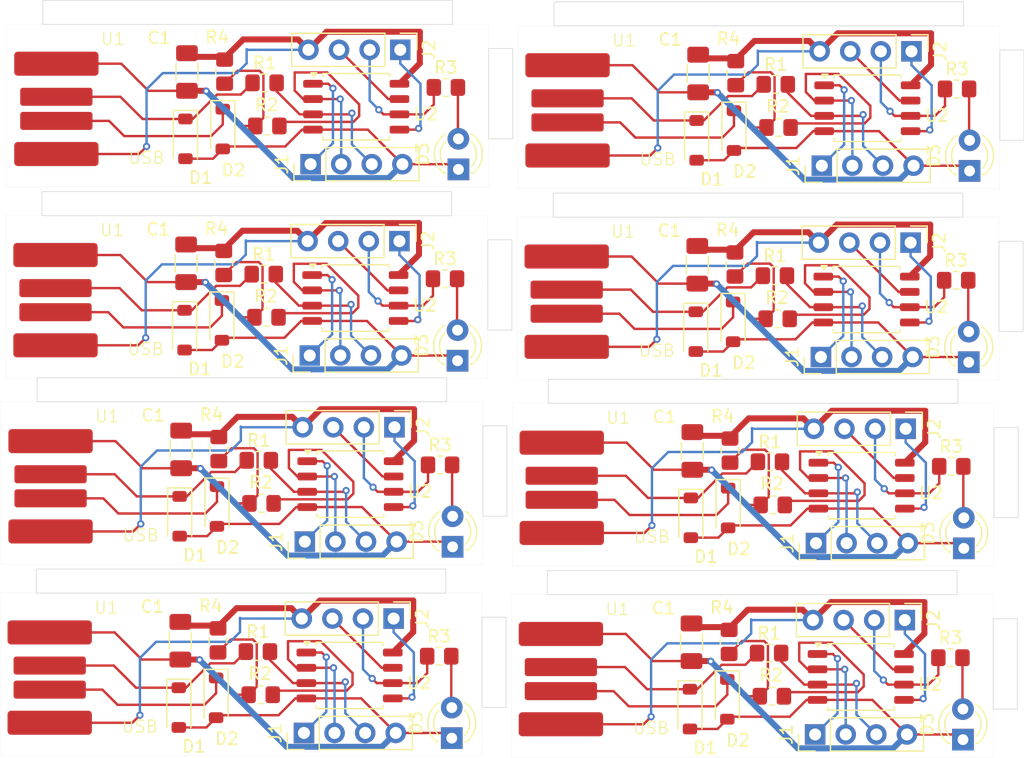
<source format=kicad_pcb>
(kicad_pcb (version 20241229) (generator "pcbnew") (generator_version "9.0")
  (layers (0 "F.Cu" signal) (2 "B.Cu" signal) (13 "F.Paste" user) (15 "B.Paste" user) (5 "F.SilkS" user "F.Silkscreen") (7 "B.SilkS" user "B.Silkscreen") (1 "F.Mask" user) (3 "B.Mask" user) (25 "Edge.Cuts" user))
  (net 0 "")
  (net 1 "GND")
  (net 2 "+5V")
  (net 3 "Net-(D1-K)")
  (net 4 "Net-(D2-K)")
  (net 5 "Net-(J1-Pin_3)")
  (net 6 "Net-(J1-Pin_2)")
  (net 7 "Net-(J1-Pin_1)")
  (net 8 "Net-(J2-Pin_1)")
  (net 9 "Net-(J2-Pin_3)")
  (net 10 "Net-(J2-Pin_2)")
  (net 11 "Net-(D3-A)")
  (footprint "Resistor_SMD:R_0805_2012Metric_Pad1.20x1.40mm_HandSolder" (layer "F.Cu") (at 138.07065 105.6118)
    (property "Reference" "R3")
    (property "Value" "330R" (hide yes))
  )
  (footprint "Resistor_SMD:R_0805_2012Metric_Pad1.20x1.40mm_HandSolder" (layer "F.Cu") (at 166.08985 93.4796)
    (property "Reference" "R2")
    (property "Value" "68R" (hide yes))
  )
  (footprint "Connector_PinHeader_2.54mm:PinHeader_1x04_P2.54mm_Vertical" (layer "F.Cu") (at 126.84385 111.9872 90)
    (property "Reference" "J1")
    (property "Value" "Conn_01x04" (hide yes))
  )
  (footprint "Resistor_SMD:R_0805_2012Metric_Pad1.20x1.40mm_HandSolder" (layer "F.Cu") (at 138.4808 90.1534)
    (property "Reference" "R3")
    (property "Value" "330R" (hide yes))
  )
  (footprint "Connector_PinHeader_2.54mm:PinHeader_1x04_P2.54mm_Vertical" (layer "F.Cu") (at 134.76685 71.141 -90)
    (property "Reference" "J2")
    (property "Value" "Conn_01x04" (hide yes))
  )
  (footprint "Resistor_SMD:R_0805_2012Metric_Pad1.20x1.40mm_HandSolder" (layer "F.Cu") (at 123.25305 108.8122)
    (property "Reference" "R2")
    (property "Value" "68R" (hide yes))
  )
  (footprint "1_ctml_lbr:PCB_USB_Connector" (layer "F.Cu") (at 106.22335 76.0432 180)
    (property "Reference" "U1")
    (property "Value" "~")
  )
  (footprint "Resistor_SMD:R_0805_2012Metric_Pad1.20x1.40mm_HandSolder" (layer "F.Cu") (at 123.4346 89.7724)
    (property "Reference" "R1")
    (property "Value" "68R" (hide yes))
  )
  (footprint "Connector_PinHeader_2.54mm:PinHeader_1x04_P2.54mm_Vertical" (layer "F.Cu") (at 134.6962 87.0292 -90)
    (property "Reference" "J2")
    (property "Value" "Conn_01x04" (hide yes))
  )
  (footprint "Diode_SMD:D_SOD-123" (layer "F.Cu") (at 158.8819 110.0058 -90)
    (property "Reference" "D1")
    (property "Value" "3V6" (hide yes))
  )
  (footprint "Capacitor_SMD:C_1206_3216Metric_Pad1.33x1.80mm_HandSolder" (layer "F.Cu") (at 117.06305 72.9821 -90)
    (property "Reference" "C1")
    (property "Value" "100n" (hide yes))
  )
  (footprint "Resistor_SMD:R_0805_2012Metric_Pad1.20x1.40mm_HandSolder" (layer "F.Cu") (at 120.1166 88.842 -90)
    (property "Reference" "R4")
    (property "Value" "1k5" (hide yes))
  )
  (footprint "Connector_PinHeader_2.54mm:PinHeader_1x04_P2.54mm_Vertical" (layer "F.Cu") (at 134.28605 102.4876 -90)
    (property "Reference" "J2")
    (property "Value" "Conn_01x04" (hide yes))
  )
  (footprint "Diode_SMD:D_SOD-123" (layer "F.Cu") (at 162.39085 93.7346 -90)
    (property "Reference" "D2")
    (property "Value" "3V6" (hide yes))
  )
  (footprint "Connector_PinHeader_2.54mm:PinHeader_1x04_P2.54mm_Vertical" (layer "F.Cu") (at 177.12285 87.155 -90)
    (property "Reference" "J2")
    (property "Value" "Conn_01x04" (hide yes))
  )
  (footprint "Diode_SMD:D_SOD-123" (layer "F.Cu") (at 158.81125 125.894 -90)
    (property "Reference" "D1")
    (property "Value" "3V6" (hide yes))
  )
  (footprint "Resistor_SMD:R_0805_2012Metric_Pad1.20x1.40mm_HandSolder" (layer "F.Cu") (at 122.9538 121.119)
    (property "Reference" "R1")
    (property "Value" "68R" (hide yes))
  )
  (footprint "Diode_SMD:D_SOD-123" (layer "F.Cu") (at 116.93605 78.5334 -90)
    (property "Reference" "D1")
    (property "Value" "3V6" (hide yes))
  )
  (footprint "Resistor_SMD:R_0805_2012Metric_Pad1.20x1.40mm_HandSolder" (layer "F.Cu") (at 162.06245 120.3144 -90)
    (property "Reference" "R4")
    (property "Value" "1k5" (hide yes))
  )
  (footprint "Resistor_SMD:R_0805_2012Metric_Pad1.20x1.40mm_HandSolder" (layer "F.Cu") (at 123.6632 93.3538)
    (property "Reference" "R2")
    (property "Value" "68R" (hide yes))
  )
  (footprint "Package_SO:SOIC-8_5.3x5.3mm_P1.27mm" (layer "F.Cu") (at 131.0386 91.7536)
    (property "Reference" "U2")
    (property "Value" "ATtiny85-20S" (hide yes))
  )
  (footprint "Connector_PinHeader_2.54mm:PinHeader_1x04_P2.54mm_Vertical" (layer "F.Cu") (at 169.68065 96.6546 90)
    (property "Reference" "J1")
    (property "Value" "Conn_01x04" (hide yes))
  )
  (footprint "Resistor_SMD:R_0805_2012Metric_Pad1.20x1.40mm_HandSolder" (layer "F.Cu") (at 165.86125 89.8982)
    (property "Reference" "R1")
    (property "Value" "68R" (hide yes))
  )
  (footprint "Diode_SMD:D_SOD-123" (layer "F.Cu") (at 116.8654 94.4216 -90)
    (property "Reference" "D1")
    (property "Value" "3V6" (hide yes))
  )
  (footprint "Capacitor_SMD:C_1206_3216Metric_Pad1.33x1.80mm_HandSolder" (layer "F.Cu") (at 158.93825 120.3427 -90)
    (property "Reference" "C1")
    (property "Value" "100n" (hide yes))
  )
  (footprint "Diode_SMD:D_SOD-123" (layer "F.Cu") (at 116.45525 109.88 -90)
    (property "Reference" "D1")
    (property "Value" "3V6" (hide yes))
  )
  (footprint "Connector_PinHeader_2.54mm:PinHeader_1x04_P2.54mm_Vertical" (layer "F.Cu") (at 169.2705 112.113 90)
    (property "Reference" "J1")
    (property "Value" "Conn_01x04" (hide yes))
  )
  (footprint "Resistor_SMD:R_0805_2012Metric_Pad1.20x1.40mm_HandSolder" (layer "F.Cu") (at 119.6358 120.1886 -90)
    (property "Reference" "R4")
    (property "Value" "1k5" (hide yes))
  )
  (footprint "LED_THT:LED_D3.0mm" (layer "F.Cu") (at 181.46805 128.433 90)
    (property "Reference" "D3")
    (property "Value" "LED" (hide yes))
  )
  (footprint "Diode_SMD:D_SOD-123" (layer "F.Cu") (at 120.03485 77.7206 -90)
    (property "Reference" "D2")
    (property "Value" "3V6" (hide yes))
  )
  (footprint "Capacitor_SMD:C_1206_3216Metric_Pad1.33x1.80mm_HandSolder" (layer "F.Cu") (at 159.4897 73.1079 -90)
    (property "Reference" "C1")
    (property "Value" "100n" (hide yes))
  )
  (footprint "Resistor_SMD:R_0805_2012Metric_Pad1.20x1.40mm_HandSolder" (layer "F.Cu") (at 165.9319 74.01)
    (property "Reference" "R1")
    (property "Value" "68R" (hide yes))
  )
  (footprint "Resistor_SMD:R_0805_2012Metric_Pad1.20x1.40mm_HandSolder" (layer "F.Cu") (at 123.1824 124.7004)
    (property "Reference" "R2")
    (property "Value" "68R" (hide yes))
  )
  (footprint "1_ctml_lbr:PCB_USB_Connector" (layer "F.Cu") (at 106.1527 91.9314 180)
    (property "Reference" "U1")
    (property "Value" "~")
  )
  (footprint "LED_THT:LED_D3.0mm" (layer "F.Cu") (at 139.5222 96.9606 90)
    (property "Reference" "D3")
    (property "Value" "LED" (hide yes))
  )
  (footprint "LED_THT:LED_D3.0mm" (layer "F.Cu") (at 139.0414 128.3072 90)
    (property "Reference" "D3")
    (property "Value" "LED" (hide yes))
  )
  (footprint "LED_THT:LED_D3.0mm" (layer "F.Cu") (at 139.11205 112.419 90)
    (property "Reference" "D3")
    (property "Value" "LED" (hide yes))
  )
  (footprint "Diode_SMD:D_SOD-123" (layer "F.Cu") (at 116.3846 125.7682 -90)
    (property "Reference" "D1")
    (property "Value" "3V6" (hide yes))
  )
  (footprint "Diode_SMD:D_SOD-123" (layer "F.Cu") (at 161.9807 109.193 -90)
    (property "Reference" "D2")
    (property "Value" "3V6" (hide yes))
  )
  (footprint "LED_THT:LED_D3.0mm" (layer "F.Cu") (at 139.59285 81.0724 90)
    (property "Reference" "D3")
    (property "Value" "LED" (hide yes))
  )
  (footprint "Package_SO:SOIC-8_5.3x5.3mm_P1.27mm" (layer "F.Cu") (at 172.98445 123.226)
    (property "Reference" "U2")
    (property "Value" "ATtiny85-20S" (hide yes))
  )
  (footprint "Package_SO:SOIC-8_5.3x5.3mm_P1.27mm" (layer "F.Cu") (at 173.46525 91.8794)
    (property "Reference" "U2")
    (property "Value" "ATtiny85-20S" (hide yes))
  )
  (footprint "Connector_PinHeader_2.54mm:PinHeader_1x04_P2.54mm_Vertical" (layer "F.Cu") (at 169.7513 80.7664 90)
    (property "Reference" "J1")
    (property "Value" "Conn_01x04" (hide yes))
  )
  (footprint "Capacitor_SMD:C_1206_3216Metric_Pad1.33x1.80mm_HandSolder" (layer "F.Cu") (at 159.0089 104.4545 -90)
    (property "Reference" "C1")
    (property "Value" "100n" (hide yes))
  )
  (footprint "Package_SO:SOIC-8_5.3x5.3mm_P1.27mm" (layer "F.Cu") (at 130.62845 107.212)
    (property "Reference" "U2")
    (property "Value" "ATtiny85-20S" (hide yes))
  )
  (footprint "Resistor_SMD:R_0805_2012Metric_Pad1.20x1.40mm_HandSolder" (layer "F.Cu") (at 138.55145 74.2652)
    (property "Reference" "R3")
    (property "Value" "330R" (hide yes))
  )
  (footprint "Resistor_SMD:R_0805_2012Metric_Pad1.20x1.40mm_HandSolder" (layer "F.Cu") (at 162.1331 104.4262 -90)
    (property "Reference" "R4")
    (property "Value" "1k5" (hide yes))
  )
  (footprint "Diode_SMD:D_SOD-123" (layer "F.Cu") (at 119.4834 124.9554 -90)
    (property "Reference" "D2")
    (property "Value" "3V6" (hide yes))
  )
  (footprint "Diode_SMD:D_SOD-123" (layer "F.Cu") (at 159.29205 94.5474 -90)
    (property "Reference" "D1")
    (property "Value" "3V6" (hide yes))
  )
  (footprint "Capacitor_SMD:C_1206_3216Metric_Pad1.33x1.80mm_HandSolder" (layer "F.Cu") (at 159.41905 88.9961 -90)
    (property "Reference" "C1")
    (property "Value" "100n" (hide yes))
  )
  (footprint "Diode_SMD:D_SOD-123" (layer "F.Cu") (at 161.91005 125.0812 -90)
    (property "Reference" "D2")
    (property "Value" "3V6" (hide yes))
  )
  (footprint "Connector_PinHeader_2.54mm:PinHeader_1x04_P2.54mm_Vertical" (layer "F.Cu") (at 127.254 96.5288 90)
    (property "Reference" "J1")
    (property "Value" "Conn_01x04" (hide yes))
  )
  (footprint "Resistor_SMD:R_0805_2012Metric_Pad1.20x1.40mm_HandSolder" (layer "F.Cu") (at 165.60905 124.8262)
    (property "Reference" "R2")
    (property "Value" "68R" (hide yes))
  )
  (footprint "Resistor_SMD:R_0805_2012Metric_Pad1.20x1.40mm_HandSolder" (layer "F.Cu") (at 123.50525 73.8842)
    (property "Reference" "R1")
    (property "Value" "68R" (hide yes))
  )
  (footprint "Resistor_SMD:R_0805_2012Metric_Pad1.20x1.40mm_HandSolder" (layer "F.Cu") (at 165.38045 121.2448)
    (property "Reference" "R1")
    (property "Value" "68R" (hide yes))
  )
  (footprint "1_ctml_lbr:PCB_USB_Connector" (layer "F.Cu") (at 148.09855 123.4038 180)
    (property "Reference" "U1")
    (property "Value" "~")
  )
  (footprint "Diode_SMD:D_SOD-123" (layer "F.Cu") (at 119.55405 109.0672 -90)
    (property "Reference" "D2")
    (property "Value" "3V6" (hide yes))
  )
  (footprint "Resistor_SMD:R_0805_2012Metric_Pad1.20x1.40mm_HandSolder" (layer "F.Cu") (at 180.9781 74.391)
    (property "Reference" "R3")
    (property "Value" "330R" (hide yes))
  )
  (footprint "1_ctml_lbr:PCB_USB_Connector" (layer "F.Cu") (at 148.1692 107.5156 180)
    (property "Reference" "U1")
    (property "Value" "~")
  )
  (footprint "Capacitor_SMD:C_1206_3216Metric_Pad1.33x1.80mm_HandSolder" (layer "F.Cu") (at 116.9924 88.8703 -90)
    (property "Reference" "C1")
    (property "Value" "100n" (hide yes))
  )
  (footprint "Resistor_SMD:R_0805_2012Metric_Pad1.20x1.40mm_HandSolder" (layer "F.Cu") (at 180.42665 121.6258)
    (property "Reference" "R3")
    (property "Value" "330R" (hide yes))
  )
  (footprint "Package_SO:SOIC-8_5.3x5.3mm_P1.27mm" (layer "F.Cu") (at 131.10925 75.8654)
    (property "Reference" "U2")
    (property "Value" "ATtiny85-20S" (hide yes))
  )
  (footprint "Resistor_SMD:R_0805_2012Metric_Pad1.20x1.40mm_HandSolder" (layer "F.Cu") (at 180.4973 105.7376)
    (property "Reference" "R3")
    (property "Value" "330R" (hide yes))
  )
  (footprint "Connector_PinHeader_2.54mm:PinHeader_1x04_P2.54mm_Vertical" (layer "F.Cu") (at 126.7732 127.8754 90)
    (property "Reference" "J1")
    (property "Value" "Conn_01x04" (hide yes))
  )
  (footprint "Diode_SMD:D_SOD-123" (layer "F.Cu") (at 162.4615 77.8464 -90)
    (property "Reference" "D2")
    (property "Value" "3V6" (hide yes))
  )
  (footprint "Connector_PinHeader_2.54mm:PinHeader_1x04_P2.54mm_Vertical" (layer "F.Cu") (at 134.2154 118.3758 -90)
    (property "Reference" "J2")
    (property "Value" "Conn_01x04" (hide yes))
  )
  (footprint "Resistor_SMD:R_0805_2012Metric_Pad1.20x1.40mm_HandSolder" (layer "F.Cu") (at 120.18725 72.9538 -90)
    (property "Reference" "R4")
    (property "Value" "1k5" (hide yes))
  )
  (footprint "Resistor_SMD:R_0805_2012Metric_Pad1.20x1.40mm_HandSolder" (layer "F.Cu") (at 119.70645 104.3004 -90)
    (property "Reference" "R4")
    (property "Value" "1k5" (hide yes))
  )
  (footprint "Resistor_SMD:R_0805_2012Metric_Pad1.20x1.40mm_HandSolder" (layer "F.Cu") (at 166.1605 77.5914)
    (property "Reference" "R2")
    (property "Value" "68R" (hide yes))
  )
  (footprint "Connector_PinHeader_2.54mm:PinHeader_1x04_P2.54mm_Vertical" (layer "F.Cu") (at 177.1935 71.2668 -90)
    (property "Reference" "J2")
    (property "Value" "Conn_01x04" (hide yes))
  )
  (footprint "Connector_PinHeader_2.54mm:PinHeader_1x04_P2.54mm_Vertical" (layer "F.Cu") (at 127.32465 80.6406 90)
    (property "Reference" "J1")
    (property "Value" "Conn_01x04" (hide yes))
  )
  (footprint "Capacitor_SMD:C_1206_3216Metric_Pad1.33x1.80mm_HandSolder" (layer "F.Cu") (at 116.5116 120.2169 -90)
    (property "Reference" "C1")
    (property "Value" "100n" (hide yes))
  )
  (footprint "LED_THT:LED_D3.0mm" (layer "F.Cu") (at 181.94885 97.0864 90)
    (property "Reference" "D3")
    (property "Value" "LED" (hide yes))
  )
  (footprint "Connector_PinHeader_2.54mm:PinHeader_1x04_P2.54mm_Vertical" (layer "F.Cu") (at 169.19985 128.0012 90)
    (property "Reference" "J1")
    (property "Value" "Conn_01x04" (hide yes))
  )
  (footprint "Resistor_SMD:R_0805_2012Metric_Pad1.20x1.40mm_HandSolder" (layer "F.Cu") (at 165.4511 105.3566)
    (property "Reference" "R1")
    (property "Value" "68R" (hide yes))
  )
  (footprint "Package_SO:SOIC-8_5.3x5.3mm_P1.27mm" (layer "F.Cu") (at 173.5359 75.9912)
    (property "Reference" "U2")
    (property "Value" "ATtiny85-20S" (hide yes))
  )
  (footprint "1_ctml_lbr:PCB_USB_Connector" (layer "F.Cu") (at 105.6719 123.278 180)
    (property "Reference" "U1")
    (property "Value" "~")
  )
  (footprint "Package_SO:SOIC-8_5.3x5.3mm_P1.27mm" (layer "F.Cu") (at 173.0551 107.3378)
    (property "Reference" "U2")
    (property "Value" "ATtiny85-20S" (hide yes))
  )
  (footprint "Package_SO:SOIC-8_5.3x5.3mm_P1.27mm" (layer "F.Cu") (at 130.5578 123.1002)
    (property "Reference" "U2")
    (property "Value" "ATtiny85-20S" (hide yes))
  )
  (footprint "Diode_SMD:D_SOD-123" (layer "F.Cu") (at 159.3627 78.6592 -90)
    (property "Reference" "D1")
    (property "Value" "3V6" (hide yes))
  )
  (footprint "Connector_PinHeader_2.54mm:PinHeader_1x04_P2.54mm_Vertical" (layer "F.Cu") (at 176.7127 102.6134 -90)
    (property "Reference" "J2")
    (property "Value" "Conn_01x04" (hide yes))
  )
  (footprint "Resistor_SMD:R_0805_2012Metric_Pad1.20x1.40mm_HandSolder" (layer "F.Cu") (at 165.6797 108.938)
    (property "Reference" "R2")
    (property "Value" "68R" (hide yes))
  )
  (footprint "Diode_SMD:D_SOD-123" (layer "F.Cu") (at 119.9642 93.6088 -90)
    (property "Reference" "D2")
    (property "Value" "3V6" (hide yes))
  )
  (footprint "1_ctml_lbr:PCB_USB_Connector" (layer "F.Cu") (at 148.57935 92.0572 180)
    (property "Reference" "U1")
    (property "Value" "~")
  )
  (footprint "LED_THT:LED_D3.0mm" (layer "F.Cu") (at 181.5387 112.5448 90)
    (property "Reference" "D3")
    (property "Value" "LED" (hide yes))
  )
  (footprint "1_ctml_lbr:PCB_USB_Connector" (layer "F.Cu") (at 148.65 76.169 180)
    (property "Reference" "U1")
    (property "Value" "~")
  )
  (footprint "Resistor_SMD:R_0805_2012Metric_Pad1.20x1.40mm_HandSolder" (layer "F.Cu") (at 123.02445 105.2308)
    (property "Reference" "R1")
    (property "Value" "68R" (hide yes))
  )
  (footprint "LED_THT:LED_D3.0mm" (layer "F.Cu") (at 182.0195 81.1982 90)
    (property "Reference" "D3")
    (property "Value" "LED" (hide yes))
  )
  (footprint "1_ctml_lbr:PCB_USB_Connector" (layer "F.Cu") (at 105.74255 107.3898 180)
    (property "Reference" "U1")
    (property "Value" "~")
  )
  (footprint "Resistor_SMD:R_0805_2012Metric_Pad1.20x1.40mm_HandSolder" (layer "F.Cu") (at 180.90745 90.2792)
    (property "Reference" "R3")
    (property "Value" "330R" (hide yes))
  )
  (footprint "Resistor_SMD:R_0805_2012Metric_Pad1.20x1.40mm_HandSolder" (layer "F.Cu") (at 123.73385 77.4656)
    (property "Reference" "R2")
    (property "Value" "68R" (hide yes))
  )
  (footprint "Capacitor_SMD:C_1206_3216Metric_Pad1.33x1.80mm_HandSolder" (layer "F.Cu") (at 116.58225 104.3287 -90)
    (property "Reference" "C1")
    (property "Value" "100n" (hide yes))
  )
  (footprint "Connector_PinHeader_2.54mm:PinHeader_1x04_P2.54mm_Vertical" (layer "F.Cu") (at 176.64205 118.5016 -90)
    (property "Reference" "J2")
    (property "Value" "Conn_01x04" (hide yes))
  )
  (footprint "Resistor_SMD:R_0805_2012Metric_Pad1.20x1.40mm_HandSolder" (layer "F.Cu") (at 138 121.5)
    (property "Reference" "R3")
    (property "Value" "330R" (hide yes))
  )
  (footprint "Resistor_SMD:R_0805_2012Metric_Pad1.20x1.40mm_HandSolder" (layer "F.Cu") (at 162.54325 88.9678 -90)
    (property "Reference" "R4")
    (property "Value" "1k5" (hide yes))
  )
  (footprint "Resistor_SMD:R_0805_2012Metric_Pad1.20x1.40mm_HandSolder" (layer "F.Cu") (at 162.6139 73.0796 -90)
    (property "Reference" "R4")
    (property "Value" "1k5" (hide yes))
  )
  (gr_rect (start 102.10245 69.0072) (end 142.10245 82.528) (stroke (width 0.01)) (fill no) (layer "Edge.Cuts"))
  (gr_rect (start 147.5291 67.1538) (end 181.5291 69.1538) (stroke (width 0.05)) (fill no) (layer "Edge.Cuts"))
  (gr_rect (start 142.10245 71.028) (end 144.10245 78.528) (stroke (width 0.05)) (fill no) (layer "Edge.Cuts"))
  (gr_rect (start 105.0318 82.9162) (end 139.0318 84.9162) (stroke (width 0.05)) (fill no) (layer "Edge.Cuts"))
  (gr_rect (start 101.551 116.242) (end 141.551 129.7628) (stroke (width 0.01)) (fill no) (layer "Edge.Cuts"))
  (gr_rect (start 184.45845 87.042) (end 186.45845 94.542) (stroke (width 0.05)) (fill no) (layer "Edge.Cuts"))
  (gr_rect (start 102.0318 84.8954) (end 142.0318 98.4162) (stroke (width 0.01)) (fill no) (layer "Edge.Cuts"))
  (gr_rect (start 141.551 118.2628) (end 143.551 125.7628) (stroke (width 0.05)) (fill no) (layer "Edge.Cuts"))
  (gr_rect (start 144.5291 69.133) (end 184.5291 82.6538) (stroke (width 0.01)) (fill no) (layer "Edge.Cuts"))
  (gr_rect (start 184.5291 71.1538) (end 186.5291 78.6538) (stroke (width 0.05)) (fill no) (layer "Edge.Cuts"))
  (gr_rect (start 143.97765 116.3678) (end 183.97765 129.8886) (stroke (width 0.01)) (fill no) (layer "Edge.Cuts"))
  (gr_rect (start 141.62165 102.3746) (end 143.62165 109.8746) (stroke (width 0.05)) (fill no) (layer "Edge.Cuts"))
  (gr_rect (start 144.0483 100.4796) (end 184.0483 114.0004) (stroke (width 0.01)) (fill no) (layer "Edge.Cuts"))
  (gr_rect (start 147.45845 83.042) (end 181.45845 85.042) (stroke (width 0.05)) (fill no) (layer "Edge.Cuts"))
  (gr_rect (start 146.97765 114.3886) (end 180.97765 116.3886) (stroke (width 0.05)) (fill no) (layer "Edge.Cuts"))
  (gr_rect (start 142.0318 86.9162) (end 144.0318 94.4162) (stroke (width 0.05)) (fill no) (layer "Edge.Cuts"))
  (gr_rect (start 101.62165 100.3538) (end 141.62165 113.8746) (stroke (width 0.01)) (fill no) (layer "Edge.Cuts"))
  (gr_rect (start 144.45845 85.0212) (end 184.45845 98.542) (stroke (width 0.01)) (fill no) (layer "Edge.Cuts"))
  (gr_rect (start 147.0483 98.5004) (end 181.0483 100.5004) (stroke (width 0.05)) (fill no) (layer "Edge.Cuts"))
  (gr_rect (start 105.10245 67.028) (end 139.10245 69.028) (stroke (width 0.05)) (fill no) (layer "Edge.Cuts"))
  (gr_rect (start 184.0483 102.5004) (end 186.0483 110.0004) (stroke (width 0.05)) (fill no) (layer "Edge.Cuts"))
  (gr_rect (start 183.97765 118.3886) (end 185.97765 125.8886) (stroke (width 0.05)) (fill no) (layer "Edge.Cuts"))
  (gr_rect (start 104.62165 98.3746) (end 138.62165 100.3746) (stroke (width 0.05)) (fill no) (layer "Edge.Cuts"))
  (gr_rect (start 104.551 114.2628) (end 138.551 116.2628) (stroke (width 0.05)) (fill no) (layer "Edge.Cuts"))
  (segment (start 116.9924 90.4328) (end 118.5672 90.4328) (width 0.5) (layer "F.Cu") (net 1))
  (segment (start 169.39695 125.131) (end 173.94965 125.131) (width 0.2) (layer "F.Cu") (net 1))
  (segment (start 124.665 126.4022) (end 126.062 125.0052) (width 0.2) (layer "F.Cu") (net 1))
  (segment (start 181.1069 112.113) (end 181.5387 112.5448) (width 0.2) (layer "F.Cu") (net 1))
  (segment (start 162.1839 110.6398) (end 167.1623 110.6398) (width 0.2) (layer "F.Cu") (net 1))
  (segment (start 127.52175 77.7704) (end 132.07445 77.7704) (width 0.2) (layer "F.Cu") (net 1))
  (segment (start 125.1458 95.0556) (end 126.5428 93.6586) (width 0.2) (layer "F.Cu") (net 1))
  (segment (start 116.58225 105.8912) (end 118.15705 105.8912) (width 0.5) (layer "F.Cu") (net 1))
  (segment (start 126.5428 93.6586) (end 127.4511 93.6586) (width 0.2) (layer "F.Cu") (net 1))
  (segment (start 159.0089 106.017) (end 160.5837 106.017) (width 0.5) (layer "F.Cu") (net 1))
  (segment (start 162.59405 95.1814) (end 167.57245 95.1814) (width 0.2) (layer "F.Cu") (net 1))
  (segment (start 174.0203 109.2428) (end 176.8905 112.113) (width 0.2) (layer "F.Cu") (net 1))
  (segment (start 148.57935 88.3072) (end 153.96725 88.3072) (width 0.2) (layer "F.Cu") (net 1))
  (segment (start 161.09725 127.544) (end 161.91005 126.7312) (width 0.2) (layer "F.Cu") (net 1))
  (segment (start 106.1527 88.1814) (end 111.5406 88.1814) (width 0.2) (layer "F.Cu") (net 1))
  (segment (start 116.8654 96.0716) (end 119.1514 96.0716) (width 0.2) (layer "F.Cu") (net 1))
  (segment (start 118.63785 74.5446) (end 118.66325 74.57) (width 0.2) (layer "F.Cu") (net 1))
  (segment (start 168.96945 93.7844) (end 169.87775 93.7844) (width 0.2) (layer "F.Cu") (net 1))
  (segment (start 156.2893 74.6704) (end 159.4897 74.6704) (width 0.2) (layer "F.Cu") (net 1))
  (segment (start 134.3932 127.8754) (end 138.6096 127.8754) (width 0.2) (layer "F.Cu") (net 1))
  (segment (start 161.57805 96.1974) (end 162.39085 95.3846) (width 0.2) (layer "F.Cu") (net 1))
  (segment (start 131.59365 109.117) (end 134.46385 111.9872) (width 0.2) (layer "F.Cu") (net 1))
  (segment (start 153.48645 119.6538) (end 155.73785 121.9052) (width 0.2) (layer "F.Cu") (net 1))
  (segment (start 120.1674 95.0556) (end 125.1458 95.0556) (width 0.2) (layer "F.Cu") (net 1))
  (segment (start 155.8085 106.017) (end 159.0089 106.017) (width 0.2) (layer "F.Cu") (net 1))
  (segment (start 160.99385 90.5586) (end 161.01925 90.584) (width 0.2) (layer "F.Cu") (net 1))
  (segment (start 134.874 96.5288) (end 139.0904 96.5288) (width 0.2) (layer "F.Cu") (net 1))
  (segment (start 176.81985 128.0012) (end 181.03625 128.0012) (width 0.2) (layer "F.Cu") (net 1))
  (segment (start 161.6487 80.3092) (end 162.4615 79.4964) (width 0.2) (layer "F.Cu") (net 1))
  (segment (start 119.75725 110.514) (end 124.73565 110.514) (width 0.2) (layer "F.Cu") (net 1))
  (segment (start 111.0598 119.528) (end 113.3112 121.7794) (width 0.2) (layer "F.Cu") (net 1))
  (segment (start 169.9484 77.8962) (end 174.5011 77.8962) (width 0.2) (layer "F.Cu") (net 1))
  (segment (start 132.07445 77.7704) (end 134.94465 80.6406) (width 0.2) (layer "F.Cu") (net 1))
  (segment (start 139.0904 96.5288) (end 139.5222 96.9606) (width 0.2) (layer "F.Cu") (net 1))
  (segment (start 158.81125 127.544) (end 161.09725 127.544) (width 0.2) (layer "F.Cu") (net 1))
  (segment (start 159.3627 80.3092) (end 161.6487 80.3092) (width 0.2) (layer "F.Cu") (net 1))
  (segment (start 154.0379 72.419) (end 156.2893 74.6704) (width 0.2) (layer "F.Cu") (net 1))
  (segment (start 118.6706 127.4182) (end 119.4834 126.6054) (width 0.2) (layer "F.Cu") (net 1))
  (segment (start 113.792 90.4328) (end 116.9924 90.4328) (width 0.2) (layer "F.Cu") (net 1))
  (segment (start 159.29205 96.1974) (end 161.57805 96.1974) (width 0.2) (layer "F.Cu") (net 1))
  (segment (start 161.91005 126.7312) (end 162.11325 126.528) (width 0.2) (layer "F.Cu") (net 1))
  (segment (start 155.73785 121.9052) (end 158.93825 121.9052) (width 0.2) (layer "F.Cu") (net 1))
  (segment (start 106.22335 72.2932) (end 111.61125 72.2932) (width 0.2) (layer "F.Cu") (net 1))
  (segment (start 148.1692 103.7656) (end 153.5571 103.7656) (width 0.2) (layer "F.Cu") (net 1))
  (segment (start 167.57245 95.1814) (end 168.96945 93.7844) (width 0.2) (layer "F.Cu") (net 1))
  (segment (start 118.0864 121.7794) (end 118.1118 121.8048) (width 0.2) (layer "F.Cu") (net 1))
  (segment (start 125.21645 79.1674) (end 126.61345 77.7704) (width 0.2) (layer "F.Cu") (net 1))
  (segment (start 116.3846 127.4182) (end 118.6706 127.4182) (width 0.2) (layer "F.Cu") (net 1))
  (segment (start 126.9703 125.0052) (end 131.523 125.0052) (width 0.2) (layer "F.Cu") (net 1))
  (segment (start 167.09165 126.528) (end 168.48865 125.131) (width 0.2) (layer "F.Cu") (net 1))
  (segment (start 160.5837 106.017) (end 160.6091 106.0424) (width 0.2) (layer "F.Cu") (net 1))
  (segment (start 167.1623 110.6398) (end 168.5593 109.2428) (width 0.2) (layer "F.Cu") (net 1))
  (segment (start 127.4511 93.6586) (end 132.0038 93.6586) (width 0.2) (layer "F.Cu") (net 1))
  (segment (start 126.062 125.0052) (end 126.9703 125.0052) (width 0.2) (layer "F.Cu") (net 1))
  (segment (start 156.21865 90.5586) (end 159.41905 90.5586) (width 0.2) (layer "F.Cu") (net 1))
  (segment (start 168.48865 125.131) (end 169.39695 125.131) (width 0.2) (layer "F.Cu") (net 1))
  (segment (start 168.5593 109.2428) (end 169.4676 109.2428) (width 0.2) (layer "F.Cu") (net 1))
  (segment (start 126.13265 109.117) (end 127.04095 109.117) (width 0.2) (layer "F.Cu") (net 1))
  (segment (start 120.03485 79.3706) (end 120.23805 79.1674) (width 0.2) (layer "F.Cu") (net 1))
  (segment (start 111.5406 88.1814) (end 113.792 90.4328) (width 0.2) (layer "F.Cu") (net 1))
  (segment (start 162.6647 79.2932) (end 167.6431 79.2932) (width 0.2) (layer "F.Cu") (net 1))
  (segment (start 160.51305 121.9052) (end 160.53845 121.9306) (width 0.2) (layer "F.Cu") (net 1))
  (segment (start 162.4615 79.4964) (end 162.6647 79.2932) (width 0.2) (layer "F.Cu") (net 1))
  (segment (start 169.0401 77.8962) (end 169.9484 77.8962) (width 0.2) (layer "F.Cu") (net 1))
  (segment (start 181.51705 96.6546) (end 181.94885 97.0864) (width 0.2) (layer "F.Cu") (net 1))
  (segment (start 119.1514 96.0716) (end 119.9642 95.2588) (width 0.2) (layer "F.Cu") (net 1))
  (segment (start 174.5011 77.8962) (end 177.3713 80.7664) (width 0.2) (layer "F.Cu") (net 1))
  (segment (start 134.94465 80.6406) (end 139.16105 80.6406) (width 0.2) (layer "F.Cu") (net 1))
  (segment (start 118.74125 111.53) (end 119.55405 110.7172) (width 0.2) (layer "F.Cu") (net 1))
  (segment (start 169.87775 93.7844) (end 174.43045 93.7844) (width 0.2) (layer "F.Cu") (net 1))
  (segment (start 139.16105 80.6406) (end 139.59285 81.0724) (width 0.2) (layer "F.Cu") (net 1))
  (segment (start 119.4834 126.6054) (end 119.6866 126.4022) (width 0.2) (layer "F.Cu") (net 1))
  (segment (start 113.38185 105.8912) (end 116.58225 105.8912) (width 0.2) (layer "F.Cu") (net 1))
  (segment (start 119.6866 126.4022) (end 124.665 126.4022) (width 0.2) (layer "F.Cu") (net 1))
  (segment (start 119.22205 80.1834) (end 120.03485 79.3706) (width 0.2) (layer "F.Cu") (net 1))
  (segment (start 111.61125 72.2932) (end 113.86265 74.5446) (width 0.2) (layer "F.Cu") (net 1))
  (segment (start 105.6719 119.528) (end 111.0598 119.528) (width 0.2) (layer "F.Cu") (net 1))
  (segment (start 138.6096 127.8754) (end 139.0414 128.3072) (width 0.2) (layer "F.Cu") (net 1))
  (segment (start 162.11325 126.528) (end 167.09165 126.528) (width 0.2) (layer "F.Cu") (net 1))
  (segment (start 116.5116 121.7794) (end 118.0864 121.7794) (width 0.5) (layer "F.Cu") (net 1))
  (segment (start 119.55405 110.7172) (end 119.75725 110.514) (width 0.2) (layer "F.Cu") (net 1))
  (segment (start 159.41905 90.5586) (end 160.99385 90.5586) (width 0.5) (layer "F.Cu") (net 1))
  (segment (start 116.45525 111.53) (end 118.74125 111.53) (width 0.2) (layer "F.Cu") (net 1))
  (segment (start 167.6431 79.2932) (end 169.0401 77.8962) (width 0.2) (layer "F.Cu") (net 1))
  (segment (start 138.68025 111.9872) (end 139.11205 112.419) (width 0.2) (layer "F.Cu") (net 1))
  (segment (start 169.4676 109.2428) (end 174.0203 109.2428) (width 0.2) (layer "F.Cu") (net 1))
  (segment (start 124.73565 110.514) (end 126.13265 109.117) (width 0.2) (layer "F.Cu") (net 1))
  (segment (start 173.94965 125.131) (end 176.81985 128.0012) (width 0.2) (layer "F.Cu") (net 1))
  (segment (start 176.8905 112.113) (end 181.1069 112.113) (width 0.2) (layer "F.Cu") (net 1))
  (segment (start 126.61345 77.7704) (end 127.52175 77.7704) (width 0.2) (layer "F.Cu") (net 1))
  (segment (start 132.0038 93.6586) (end 134.874 96.5288) (width 0.2) (layer "F.Cu") (net 1))
  (segment (start 161.9807 110.843) (end 162.1839 110.6398) (width 0.2) (layer "F.Cu") (net 1))
  (segment (start 111.13045 103.6398) (end 113.38185 105.8912) (width 0.2) (layer "F.Cu") (net 1))
  (segment (start 181.03625 128.0012) (end 181.46805 128.433) (width 0.2) (layer "F.Cu") (net 1))
  (segment (start 153.96725 88.3072) (end 156.21865 90.5586) (width 0.2) (layer "F.Cu") (net 1))
  (segment (start 159.4897 74.6704) (end 161.0645 74.6704) (width 0.5) (layer "F.Cu") (net 1))
  (segment (start 113.86265 74.5446) (end 117.06305 74.5446) (width 0.2) (layer "F.Cu") (net 1))
  (segment (start 148.65 72.419) (end 154.0379 72.419) (width 0.2) (layer "F.Cu") (net 1))
  (segment (start 161.0645 74.6704) (end 161.0899 74.6958) (width 0.2) (layer "F.Cu") (net 1))
  (segment (start 158.93825 121.9052) (end 160.51305 121.9052) (width 0.5) (layer "F.Cu") (net 1))
  (segment (start 113.3112 121.7794) (end 116.5116 121.7794) (width 0.2) (layer "F.Cu") (net 1))
  (segment (start 134.46385 111.9872) (end 138.68025 111.9872) (width 0.2) (layer "F.Cu") (net 1))
  (segment (start 148.09855 119.6538) (end 153.48645 119.6538) (width 0.2) (layer "F.Cu") (net 1))
  (segment (start 131.523 125.0052) (end 134.3932 127.8754) (width 0.2) (layer "F.Cu") (net 1))
  (segment (start 162.39085 95.3846) (end 162.59405 95.1814) (width 0.2) (layer "F.Cu") (net 1))
  (segment (start 161.1679 111.6558) (end 161.9807 110.843) (width 0.2) (layer "F.Cu") (net 1))
  (segment (start 177.3713 80.7664) (end 181.5877 80.7664) (width 0.2) (layer "F.Cu") (net 1))
  (segment (start 105.74255 103.6398) (end 111.13045 103.6398) (width 0.2) (layer "F.Cu") (net 1))
  (segment (start 181.5877 80.7664) (end 182.0195 81.1982) (width 0.2) (layer "F.Cu") (net 1))
  (segment (start 174.43045 93.7844) (end 177.30065 96.6546) (width 0.2) (layer "F.Cu") (net 1))
  (segment (start 117.06305 74.5446) (end 118.63785 74.5446) (width 0.5) (layer "F.Cu") (net 1))
  (segment (start 116.93605 80.1834) (end 119.22205 80.1834) (width 0.2) (layer "F.Cu") (net 1))
  (segment (start 120.23805 79.1674) (end 125.21645 79.1674) (width 0.2) (layer "F.Cu") (net 1))
  (segment (start 118.15705 105.8912) (end 118.18245 105.9166) (width 0.2) (layer "F.Cu") (net 1))
  (segment (start 153.5571 103.7656) (end 155.8085 106.017) (width 0.2) (layer "F.Cu") (net 1))
  (segment (start 177.30065 96.6546) (end 181.51705 96.6546) (width 0.2) (layer "F.Cu") (net 1))
  (segment (start 119.9642 95.2588) (end 120.1674 95.0556) (width 0.2) (layer "F.Cu") (net 1))
  (segment (start 158.8819 111.6558) (end 161.1679 111.6558) (width 0.2) (layer "F.Cu") (net 1))
  (segment (start 127.04095 109.117) (end 131.59365 109.117) (width 0.2) (layer "F.Cu") (net 1))
  (segment (start 118.5672 90.4328) (end 118.5926 90.4582) (width 0.2) (layer "F.Cu") (net 1))
  (via (at 161.0899 74.6958) (size 0.6) (drill 0.3) (layers "F.Cu" "B.Cu") (net 1))
  (via (at 161.01925 90.584) (size 0.6) (drill 0.3) (layers "F.Cu" "B.Cu") (net 1))
  (via (at 118.5926 90.4582) (size 0.6) (drill 0.3) (layers "F.Cu" "B.Cu") (net 1))
  (via (at 118.66325 74.57) (size 0.6) (drill 0.3) (layers "F.Cu" "B.Cu") (net 1))
  (via (at 118.1118 121.8048) (size 0.6) (drill 0.3) (layers "F.Cu" "B.Cu") (net 1))
  (via (at 118.18245 105.9166) (size 0.6) (drill 0.3) (layers "F.Cu" "B.Cu") (net 1))
  (via (at 160.53845 121.9306) (size 0.6) (drill 0.3) (layers "F.Cu" "B.Cu") (net 1))
  (via (at 160.6091 106.0424) (size 0.6) (drill 0.3) (layers "F.Cu" "B.Cu") (net 1))
  (segment (start 133.723 97.6798) (end 134.874 96.5288) (width 0.5) (layer "B.Cu") (net 1))
  (segment (start 168.3115 81.9174) (end 176.2203 81.9174) (width 0.5) (layer "B.Cu") (net 1))
  (segment (start 161.01925 90.584) (end 168.24085 97.8056) (width 0.5) (layer "B.Cu") (net 1))
  (segment (start 118.66325 74.57) (end 125.88485 81.7916) (width 0.5) (layer "B.Cu") (net 1))
  (segment (start 133.31285 113.1382) (end 134.46385 111.9872) (width 0.5) (layer "B.Cu") (net 1))
  (segment (start 125.40405 113.1382) (end 133.31285 113.1382) (width 0.5) (layer "B.Cu") (net 1))
  (segment (start 168.24085 97.8056) (end 176.14965 97.8056) (width 0.5) (layer "B.Cu") (net 1))
  (segment (start 118.1118 121.8048) (end 125.3334 129.0264) (width 0.5) (layer "B.Cu") (net 1))
  (segment (start 176.14965 97.8056) (end 177.30065 96.6546) (width 0.5) (layer "B.Cu") (net 1))
  (segment (start 161.0899 74.6958) (end 168.3115 81.9174) (width 0.5) (layer "B.Cu") (net 1))
  (segment (start 167.8307 113.264) (end 175.7395 113.264) (width 0.5) (layer "B.Cu") (net 1))
  (segment (start 175.66885 129.1522) (end 176.81985 128.0012) (width 0.5) (layer "B.Cu") (net 1))
  (segment (start 167.76005 129.1522) (end 175.66885 129.1522) (width 0.5) (layer "B.Cu") (net 1))
  (segment (start 133.2422 129.0264) (end 134.3932 127.8754) (width 0.5) (layer "B.Cu") (net 1))
  (segment (start 118.5926 90.4582) (end 125.8142 97.6798) (width 0.5) (layer "B.Cu") (net 1))
  (segment (start 125.3334 129.0264) (end 133.2422 129.0264) (width 0.5) (layer "B.Cu") (net 1))
  (segment (start 160.53845 121.9306) (end 167.76005 129.1522) (width 0.5) (layer "B.Cu") (net 1))
  (segment (start 118.18245 105.9166) (end 125.40405 113.1382) (width 0.5) (layer "B.Cu") (net 1))
  (segment (start 160.6091 106.0424) (end 167.8307 113.264) (width 0.5) (layer "B.Cu") (net 1))
  (segment (start 133.79365 81.7916) (end 134.94465 80.6406) (width 0.5) (layer "B.Cu") (net 1))
  (segment (start 176.2203 81.9174) (end 177.3713 80.7664) (width 0.5) (layer "B.Cu") (net 1))
  (segment (start 125.88485 81.7916) (end 133.79365 81.7916) (width 0.5) (layer "B.Cu") (net 1))
  (segment (start 125.8142 97.6798) (end 133.723 97.6798) (width 0.5) (layer "B.Cu") (net 1))
  (segment (start 175.7395 113.264) (end 176.8905 112.113) (width 0.5) (layer "B.Cu") (net 1))
  (segment (start 134.1453 121.1952) (end 135.841 119.4995) (width 0.5) (layer "F.Cu") (net 2))
  (segment (start 127.14685 71.141) (end 126.28325 70.2774) (width 0.5) (layer "F.Cu") (net 2))
  (segment (start 119.47785 103.0718) (end 119.70645 103.3004) (width 0.5) (layer "F.Cu") (net 2))
  (segment (start 155.44045 95.8072) (end 156.06625 95.1814) (width 0.2) (layer "F.Cu") (net 2))
  (segment (start 159.72465 87.7392) (end 162.31465 87.7392) (width 0.5) (layer "F.Cu") (net 2))
  (segment (start 171.00145 85.6564) (end 169.50285 87.155) (width 0.5) (layer "F.Cu") (net 2))
  (segment (start 116.8172 118.96) (end 119.4072 118.96) (width 0.5) (layer "F.Cu") (net 2))
  (segment (start 161.83385 119.0858) (end 162.06245 119.3144) (width 0.5) (layer "F.Cu") (net 2))
  (segment (start 116.9924 87.3078) (end 117.298 87.6134) (width 0.5) (layer "F.Cu") (net 2))
  (segment (start 126.66605 102.4876) (end 125.80245 101.624) (width 0.5) (layer "F.Cu") (net 2))
  (segment (start 169.02205 118.5016) (end 168.15845 117.638) (width 0.5) (layer "F.Cu") (net 2))
  (segment (start 178.8191 72.3905) (end 178.8191 69.7682) (width 0.5) (layer "F.Cu") (net 2))
  (segment (start 163.61185 117.638) (end 162.06245 119.1874) (width 0.5) (layer "F.Cu") (net 2))
  (segment (start 121.73665 70.2774) (end 120.18725 71.8268) (width 0.5) (layer "F.Cu") (net 2))
  (segment (start 136.39245 72.2647) (end 136.39245 69.6424) (width 0.5) (layer "F.Cu") (net 2))
  (segment (start 126.2126 86.1656) (end 121.666 86.1656) (width 0.5) (layer "F.Cu") (net 2))
  (segment (start 168.63925 86.2914) (end 164.09265 86.2914) (width 0.5) (layer "F.Cu") (net 2))
  (segment (start 127.0762 87.0292) (end 126.2126 86.1656) (width 0.5) (layer "F.Cu") (net 2))
  (segment (start 164.09265 86.2914) (end 162.54325 87.8408) (width 0.5) (layer "F.Cu") (net 2))
  (segment (start 119.6358 119.0616) (end 119.6358 119.1886) (width 0.2) (layer "F.Cu") (net 2))
  (segment (start 168.15845 117.638) (end 163.61185 117.638) (width 0.5) (layer "F.Cu") (net 2))
  (segment (start 135.841 116.8772) (end 128.094 116.8772) (width 0.5) (layer "F.Cu") (net 2))
  (segment (start 116.88785 103.0718) (end 119.47785 103.0718) (width 0.5) (layer "F.Cu") (net 2))
  (segment (start 134.21595 105.307) (end 135.91165 103.6113) (width 0.5) (layer "F.Cu") (net 2))
  (segment (start 154.95965 127.1538) (end 155.58545 126.528) (width 0.2) (layer "F.Cu") (net 2))
  (segment (start 105.74255 111.1398) (end 112.60365 111.1398) (width 0.2) (layer "F.Cu") (net 2))
  (segment (start 119.95865 71.7252) (end 120.18725 71.9538) (width 0.5) (layer "F.Cu") (net 2))
  (segment (start 178.74845 88.2787) (end 178.74845 85.6564) (width 0.5) (layer "F.Cu") (net 2))
  (segment (start 155.0303 111.2656) (end 155.6561 110.6398) (width 0.2) (layer "F.Cu") (net 2))
  (segment (start 168.7099 70.4032) (end 164.1633 70.4032) (width 0.5) (layer "F.Cu") (net 2))
  (segment (start 159.0089 102.892) (end 159.3145 103.1976) (width 0.5) (layer "F.Cu") (net 2))
  (segment (start 169.50285 87.155) (end 168.63925 86.2914) (width 0.5) (layer "F.Cu") (net 2))
  (segment (start 136.3218 88.1529) (end 136.3218 85.5306) (width 0.5) (layer "F.Cu") (net 2))
  (segment (start 178.26765 117.003) (end 170.52065 117.003) (width 0.5) (layer "F.Cu") (net 2))
  (segment (start 121.25585 101.624) (end 119.70645 103.1734) (width 0.5) (layer "F.Cu") (net 2))
  (segment (start 125.7318 117.5122) (end 121.1852 117.5122) (width 0.5) (layer "F.Cu") (net 2))
  (segment (start 162.3853 71.851) (end 162.6139 72.0796) (width 0.5) (layer "F.Cu") (net 2))
  (segment (start 117.298 87.6134) (end 119.888 87.6134) (width 0.5) (layer "F.Cu") (net 2))
  (segment (start 163.6825 101.7498) (end 162.1331 103.2992) (width 0.5) (layer "F.Cu") (net 2))
  (segment (start 148.57935 95.8072) (end 155.44045 95.8072) (width 0.2) (layer "F.Cu") (net 2))
  (segment (start 121.666 86.1656) (end 120.1166 87.715) (width 0.5) (layer "F.Cu") (net 2))
  (segment (start 121.1852 117.5122) (end 119.6358 119.0616) (width 0.5) (layer "F.Cu") (net 2))
  (segment (start 169.5735 71.2668) (end 168.7099 70.4032) (width 0.5) (layer "F.Cu") (net 2))
  (segment (start 112.60365 111.1398) (end 113.22945 110.514) (width 0.2) (layer "F.Cu") (net 2))
  (segment (start 105.6719 127.028) (end 112.533 127.028) (width 0.2) (layer "F.Cu") (net 2))
  (segment (start 168.2291 101.7498) (end 163.6825 101.7498) (width 0.5) (layer "F.Cu") (net 2))
  (segment (start 159.41905 87.4336) (end 159.72465 87.7392) (width 0.5) (layer "F.Cu") (net 2))
  (segment (start 116.58225 102.7662) (end 116.88785 103.0718) (width 0.5) (layer "F.Cu") (net 2))
  (segment (start 170.5913 101.1148) (end 169.0927 102.6134) (width 0.5) (layer "F.Cu") (net 2))
  (segment (start 113.0138 95.6814) (end 113.6396 95.0556) (width 0.2) (layer "F.Cu") (net 2))
  (segment (start 159.24385 119.0858) (end 161.83385 119.0858) (width 0.5) (layer "F.Cu") (net 2))
  (segment (start 176.6426 105.4328) (end 178.3383 103.7371) (width 0.5) (layer "F.Cu") (net 2))
  (segment (start 158.93825 118.7802) (end 159.24385 119.0858) (width 0.5) (layer "F.Cu") (net 2))
  (segment (start 120.1166 87.715) (end 120.1166 87.842) (width 0.2) (layer "F.Cu") (net 2))
  (segment (start 106.22335 79.7932) (end 113.08445 79.7932) (width 0.2) (layer "F.Cu") (net 2))
  (segment (start 162.06245 119.1874) (end 162.06245 119.3144) (width 0.2) (layer "F.Cu") (net 2))
  (segment (start 177.1234 74.0862) (end 178.8191 72.3905) (width 0.5) (layer "F.Cu") (net 2))
  (segment (start 106.1527 95.6814) (end 113.0138 95.6814) (width 0.2) (layer "F.Cu") (net 2))
  (segment (start 119.70645 103.1734) (end 119.70645 103.3004) (width 0.2) (layer "F.Cu") (net 2))
  (segment (start 178.3383 103.7371) (end 178.3383 101.1148) (width 0.5) (layer "F.Cu") (net 2))
  (segment (start 126.28325 70.2774) (end 121.73665 70.2774) (width 0.5) (layer "F.Cu") (net 2))
  (segment (start 162.54325 87.8408) (end 162.54325 87.9678) (width 0.2) (layer "F.Cu") (net 2))
  (segment (start 162.31465 87.7392) (end 162.54325 87.9678) (width 0.5) (layer "F.Cu") (net 2))
  (segment (start 128.64545 69.6424) (end 127.14685 71.141) (width 0.5) (layer "F.Cu") (net 2))
  (segment (start 135.841 119.4995) (end 135.841 116.8772) (width 0.5) (layer "F.Cu") (net 2))
  (segment (start 159.3145 103.1976) (end 161.9045 103.1976) (width 0.5) (layer "F.Cu") (net 2))
  (segment (start 155.5111 79.919) (end 156.1369 79.2932) (width 0.2) (layer "F.Cu") (net 2))
  (segment (start 128.16465 100.989) (end 126.66605 102.4876) (width 0.5) (layer "F.Cu") (net 2))
  (segment (start 119.888 87.6134) (end 120.1166 87.842) (width 0.5) (layer "F.Cu") (net 2))
  (segment (start 117.06305 71.4196) (end 117.36865 71.7252) (width 0.5) (layer "F.Cu") (net 2))
  (segment (start 128.5748 85.5306) (end 127.0762 87.0292) (width 0.5) (layer "F.Cu") (net 2))
  (segment (start 148.65 79.919) (end 155.5111 79.919) (width 0.2) (layer "F.Cu") (net 2))
  (segment (start 135.91165 103.6113) (end 135.91165 100.989) (width 0.5) (layer "F.Cu") (net 2))
  (segment (start 169.0927 102.6134) (end 168.2291 101.7498) (width 0.5) (layer "F.Cu") (net 2))
  (segment (start 117.36865 71.7252) (end 119.95865 71.7252) (width 0.5) (layer "F.Cu") (net 2))
  (segment (start 126.5954 118.3758) (end 125.7318 117.5122) (width 0.5) (layer "F.Cu") (net 2))
  (segment (start 178.8191 69.7682) (end 171.0721 69.7682) (width 0.5) (layer "F.Cu") (net 2))
  (segment (start 136.3218 85.5306) (end 128.5748 85.5306) (width 0.5) (layer "F.Cu") (net 2))
  (segment (start 134.69675 73.9604) (end 136.39245 72.2647) (width 0.5) (layer "F.Cu") (net 2))
  (segment (start 177.05275 89.9744) (end 178.74845 88.2787) (width 0.5) (layer "F.Cu") (net 2))
  (segment (start 135.91165 100.989) (end 128.16465 100.989) (width 0.5) (layer "F.Cu") (net 2))
  (segment (start 113.08445 79.7932) (end 113.71025 79.1674) (width 0.2) (layer "F.Cu") (net 2))
  (segment (start 178.3383 101.1148) (end 170.5913 101.1148) (width 0.5) (layer "F.Cu") (net 2))
  (segment (start 136.39245 69.6424) (end 128.64545 69.6424) (width 0.5) (layer "F.Cu") (net 2))
  (segment (start 170.52065 117.003) (end 169.02205 118.5016) (width 0.5) (layer "F.Cu") (net 2))
  (segment (start 178.26765 119.6253) (end 178.26765 117.003) (width 0.5) (layer "F.Cu") (net 2))
  (segment (start 176.57195 121.321) (end 178.26765 119.6253) (width 0.5) (layer "F.Cu") (net 2))
  (segment (start 128.094 116.8772) (end 126.5954 118.3758) (width 0.5) (layer "F.Cu") (net 2))
  (segment (start 159.7953 71.851) (end 162.3853 71.851) (width 0.5) (layer "F.Cu") (net 2))
  (segment (start 120.18725 71.8268) (end 120.18725 71.9538) (width 0.2) (layer "F.Cu") (net 2))
  (segment (start 148.1692 111.2656) (end 155.0303 111.2656) (width 0.2) (layer "F.Cu") (net 2))
  (segment (start 148.09855 127.1538) (end 154.95965 127.1538) (width 0.2) (layer "F.Cu") (net 2))
  (segment (start 112.533 127.028) (end 113.1588 126.4022) (width 0.2) (layer "F.Cu") (net 2))
  (segment (start 134.6261 89.8486) (end 136.3218 88.1529) (width 0.5) (layer "F.Cu") (net 2))
  (segment (start 162.1331 103.2992) (end 162.1331 103.4262) (width 0.2) (layer "F.Cu") (net 2))
  (segment (start 178.74845 85.6564) (end 171.00145 85.6564) (width 0.5) (layer "F.Cu") (net 2))
  (segment (start 119.4072 118.96) (end 119.6358 119.1886) (width 0.5) (layer "F.Cu") (net 2))
  (segment (start 125.80245 101.624) (end 121.25585 101.624) (width 0.5) (layer "F.Cu") (net 2))
  (segment (start 116.5116 118.6544) (end 116.8172 118.96) (width 0.5) (layer "F.Cu") (net 2))
  (segment (start 161.9045 103.1976) (end 162.1331 103.4262) (width 0.5) (layer "F.Cu") (net 2))
  (segment (start 159.4897 71.5454) (end 159.7953 71.851) (width 0.5) (layer "F.Cu") (net 2))
  (segment (start 164.1633 70.4032) (end 162.6139 71.9526) (width 0.5) (layer "F.Cu") (net 2))
  (segment (start 162.6139 71.9526) (end 162.6139 72.0796) (width 0.2) (layer "F.Cu") (net 2))
  (segment (start 171.0721 69.7682) (end 169.5735 71.2668) (width 0.5) (layer "F.Cu") (net 2))
  (via (at 155.58545 126.528) (size 0.6) (drill 0.3) (layers "F.Cu" "B.Cu") (net 2))
  (via (at 113.1588 126.4022) (size 0.6) (drill 0.3) (layers "F.Cu" "B.Cu") (net 2))
  (via (at 113.22945 110.514) (size 0.6) (drill 0.3) (layers "F.Cu" "B.Cu") (net 2))
  (via (at 156.06625 95.1814) (size 0.6) (drill 0.3) (layers "F.Cu" "B.Cu") (net 2))
  (via (at 113.71025 79.1674) (size 0.6) (drill 0.3) (layers "F.Cu" "B.Cu") (net 2))
  (via (at 155.6561 110.6398) (size 0.6) (drill 0.3) (layers "F.Cu" "B.Cu") (net 2))
  (via (at 156.1369 79.2932) (size 0.6) (drill 0.3) (layers "F.Cu" "B.Cu") (net 2))
  (via (at 113.6396 95.0556) (size 0.6) (drill 0.3) (layers "F.Cu" "B.Cu") (net 2))
  (segment (start 157.4831 73.1972) (end 163.6299 73.1972) (width 0.2) (layer "B.Cu") (net 2))
  (segment (start 164.37205 88.2726) (end 164.37205 87.1042) (width 0.2) (layer "B.Cu") (net 2))
  (segment (start 120.6518 120.3062) (end 121.4646 119.4934) (width 0.2) (layer "B.Cu") (net 2))
  (segment (start 122.01605 71.0902) (end 122.06685 71.141) (width 0.2) (layer "B.Cu") (net 2))
  (segment (start 121.58605 102.4876) (end 126.66605 102.4876) (width 0.2) (layer "B.Cu") (net 2))
  (segment (start 113.6396 90.3058) (end 114.9858 88.9596) (width 0.2) (layer "B.Cu") (net 2))
  (segment (start 122.06685 71.141) (end 127.14685 71.141) (width 0.2) (layer "B.Cu") (net 2))
  (segment (start 164.4935 71.2668) (end 169.5735 71.2668) (width 0.2) (layer "B.Cu") (net 2))
  (segment (start 113.22945 105.7642) (end 114.57565 104.418) (width 0.2) (layer "B.Cu") (net 2))
  (segment (start 156.1369 74.5434) (end 157.4831 73.1972) (width 0.2) (layer "B.Cu") (net 2))
  (segment (start 155.6561 110.6398) (end 155.6561 105.89) (width 0.2) (layer "B.Cu") (net 2))
  (segment (start 163.9619 102.5626) (end 164.0127 102.6134) (width 0.2) (layer "B.Cu") (net 2))
  (segment (start 164.0127 102.6134) (end 169.0927 102.6134) (width 0.2) (layer "B.Cu") (net 2))
  (segment (start 113.1588 126.4022) (end 113.1588 121.6524) (width 0.2) (layer "B.Cu") (net 2))
  (segment (start 164.4427 71.216) (end 164.4935 71.2668) (width 0.2) (layer "B.Cu") (net 2))
  (segment (start 121.9454 88.1468) (end 121.9454 86.9784) (width 0.2) (layer "B.Cu") (net 2))
  (segment (start 156.06625 90.4316) (end 157.41245 89.0854) (width 0.2) (layer "B.Cu") (net 2))
  (segment (start 114.505 120.3062) (end 120.6518 120.3062) (width 0.2) (layer "B.Cu") (net 2))
  (segment (start 121.53525 102.4368) (end 121.58605 102.4876) (width 0.2) (layer "B.Cu") (net 2))
  (segment (start 113.22945 110.514) (end 113.22945 105.7642) (width 0.2) (layer "B.Cu") (net 2))
  (segment (start 113.71025 74.4176) (end 115.05645 73.0714) (width 0.2) (layer "B.Cu") (net 2))
  (segment (start 121.9962 87.0292) (end 127.0762 87.0292) (width 0.2) (layer "B.Cu") (net 2))
  (segment (start 155.58545 126.528) (end 155.58545 121.7782) (width 0.2) (layer "B.Cu") (net 2))
  (segment (start 156.1369 79.2932) (end 156.1369 74.5434) (width 0.2) (layer "B.Cu") (net 2))
  (segment (start 155.6561 105.89) (end 157.0023 104.5438) (width 0.2) (layer "B.Cu") (net 2))
  (segment (start 163.89125 118.4508) (end 163.94205 118.5016) (width 0.2) (layer "B.Cu") (net 2))
  (segment (start 113.6396 95.0556) (end 113.6396 90.3058) (width 0.2) (layer "B.Cu") (net 2))
  (segment (start 163.6299 73.1972) (end 164.4427 72.3844) (width 0.2) (layer "B.Cu") (net 2))
  (segment (start 163.94205 118.5016) (end 169.02205 118.5016) (width 0.2) (layer "B.Cu") (net 2))
  (segment (start 121.4646 118.325) (end 121.5154 118.3758) (width 0.2) (layer "B.Cu") (net 2))
  (segment (start 155.58545 121.7782) (end 156.93165 120.432) (width 0.2) (layer "B.Cu") (net 2))
  (segment (start 163.07845 120.432) (end 163.89125 119.6192) (width 0.2) (layer "B.Cu") (net 2))
  (segment (start 122.01605 72.2586) (end 122.01605 71.0902) (width 0.2) (layer "B.Cu") (net 2))
  (segment (start 163.55925 89.0854) (end 164.37205 88.2726) (width 0.2) (layer "B.Cu") (net 2))
  (segment (start 120.72245 104.418) (end 121.53525 103.6052) (width 0.2) (layer "B.Cu") (net 2))
  (segment (start 121.1326 88.9596) (end 121.9454 88.1468) (width 0.2) (layer "B.Cu") (net 2))
  (segment (start 113.71025 79.1674) (end 113.71025 74.4176) (width 0.2) (layer "B.Cu") (net 2))
  (segment (start 163.9619 103.731) (end 163.9619 102.5626) (width 0.2) (layer "B.Cu") (net 2))
  (segment (start 164.42285 87.155) (end 169.50285 87.155) (width 0.2) (layer "B.Cu") (net 2))
  (segment (start 163.1491 104.5438) (end 163.9619 103.731) (width 0.2) (layer "B.Cu") (net 2))
  (segment (start 115.05645 73.0714) (end 121.20325 73.0714) (width 0.2) (layer "B.Cu") (net 2))
  (segment (start 121.53525 103.6052) (end 121.53525 102.4368) (width 0.2) (layer "B.Cu") (net 2))
  (segment (start 164.37205 87.1042) (end 164.42285 87.155) (width 0.2) (layer "B.Cu") (net 2))
  (segment (start 121.9454 86.9784) (end 121.9962 87.0292) (width 0.2) (layer "B.Cu") (net 2))
  (segment (start 121.5154 118.3758) (end 126.5954 118.3758) (width 0.2) (layer "B.Cu") (net 2))
  (segment (start 156.06625 95.1814) (end 156.06625 90.4316) (width 0.2) (layer "B.Cu") (net 2))
  (segment (start 114.57565 104.418) (end 120.72245 104.418) (width 0.2) (layer "B.Cu") (net 2))
  (segment (start 157.41245 89.0854) (end 163.55925 89.0854) (width 0.2) (layer "B.Cu") (net 2))
  (segment (start 163.89125 119.6192) (end 163.89125 118.4508) (width 0.2) (layer "B.Cu") (net 2))
  (segment (start 164.4427 72.3844) (end 164.4427 71.216) (width 0.2) (layer "B.Cu") (net 2))
  (segment (start 114.9858 88.9596) (end 121.1326 88.9596) (width 0.2) (layer "B.Cu") (net 2))
  (segment (start 156.93165 120.432) (end 163.07845 120.432) (width 0.2) (layer "B.Cu") (net 2))
  (segment (start 121.4646 119.4934) (end 121.4646 118.325) (width 0.2) (layer "B.Cu") (net 2))
  (segment (start 113.1588 121.6524) (end 114.505 120.3062) (width 0.2) (layer "B.Cu") (net 2))
  (segment (start 121.20325 73.0714) (end 122.01605 72.2586) (width 0.2) (layer "B.Cu") (net 2))
  (segment (start 157.0023 104.5438) (end 163.1491 104.5438) (width 0.2) (layer "B.Cu") (net 2))
  (segment (start 121.05385 106.2014) (end 122.02445 105.2308) (width 0.2) (layer "F.Cu") (net 3))
  (segment (start 158.81125 124.244) (end 159.41125 124.244) (width 0.2) (layer "F.Cu") (net 3))
  (segment (start 163.9613 74.9806) (end 164.9319 74.01) (width 0.2) (layer "F.Cu") (net 3))
  (segment (start 161.43985 122.2154) (end 163.40985 122.2154) (width 0.2) (layer "F.Cu") (net 3))
  (segment (start 161.9913 74.9806) (end 163.9613 74.9806) (width 0.2) (layer "F.Cu") (net 3))
  (segment (start 148.65 75.169) (end 153.9685 75.169) (width 0.2) (layer "F.Cu") (net 3))
  (segment (start 116.45525 108.23) (end 117.05525 108.23) (width 0.2) (layer "F.Cu") (net 3))
  (segment (start 155.3279 108.3558) (end 158.8819 108.3558) (width 0.2) (layer "F.Cu") (net 3))
  (segment (start 159.89205 92.8974) (end 161.92065 90.8688) (width 0.2) (layer "F.Cu") (net 3))
  (segment (start 111.54185 75.0432) (end 113.38205 76.8834) (width 0.2) (layer "F.Cu") (net 3))
  (segment (start 159.4819 108.3558) (end 161.5105 106.3272) (width 0.2) (layer "F.Cu") (net 3))
  (segment (start 120.9832 122.0896) (end 121.9538 121.119) (width 0.2) (layer "F.Cu") (net 3))
  (segment (start 116.8654 92.7716) (end 117.4654 92.7716) (width 0.2) (layer "F.Cu") (net 3))
  (segment (start 111.06105 106.3898) (end 112.90125 108.23) (width 0.2) (layer "F.Cu") (net 3))
  (segment (start 113.3114 92.7716) (end 116.8654 92.7716) (width 0.2) (layer "F.Cu") (net 3))
  (segment (start 112.8306 124.1182) (end 116.3846 124.1182) (width 0.2) (layer "F.Cu") (net 3))
  (segment (start 116.93605 76.8834) (end 117.53605 76.8834) (width 0.2) (layer "F.Cu") (net 3))
  (segment (start 153.41705 122.4038) (end 155.25725 124.244) (width 0.2) (layer "F.Cu") (net 3))
  (segment (start 119.08385 106.2014) (end 121.05385 106.2014) (width 0.2) (layer "F.Cu") (net 3))
  (segment (start 159.41125 124.244) (end 161.43985 122.2154) (width 0.2) (layer "F.Cu") (net 3))
  (segment (start 161.92065 90.8688) (end 163.89065 90.8688) (width 0.2) (layer "F.Cu") (net 3))
  (segment (start 155.8087 77.0092) (end 159.3627 77.0092) (width 0.2) (layer "F.Cu") (net 3))
  (segment (start 105.74255 106.3898) (end 111.06105 106.3898) (width 0.2) (layer "F.Cu") (net 3))
  (segment (start 161.5105 106.3272) (end 163.4805 106.3272) (width 0.2) (layer "F.Cu") (net 3))
  (segment (start 163.4805 106.3272) (end 164.4511 105.3566) (width 0.2) (layer "F.Cu") (net 3))
  (segment (start 155.25725 124.244) (end 158.81125 124.244) (width 0.2) (layer "F.Cu") (net 3))
  (segment (start 148.1692 106.5156) (end 153.4877 106.5156) (width 0.2) (layer "F.Cu") (net 3))
  (segment (start 106.1527 90.9314) (end 111.4712 90.9314) (width 0.2) (layer "F.Cu") (net 3))
  (segment (start 119.494 90.743) (end 121.464 90.743) (width 0.2) (layer "F.Cu") (net 3))
  (segment (start 148.57935 91.0572) (end 153.89785 91.0572) (width 0.2) (layer "F.Cu") (net 3))
  (segment (start 111.4712 90.9314) (end 113.3114 92.7716) (width 0.2) (layer "F.Cu") (net 3))
  (segment (start 105.6719 122.278) (end 110.9904 122.278) (width 0.2) (layer "F.Cu") (net 3))
  (segment (start 119.56465 74.8548) (end 121.53465 74.8548) (width 0.2) (layer "F.Cu") (net 3))
  (segment (start 116.9846 124.1182) (end 119.0132 122.0896) (width 0.2) (layer "F.Cu") (net 3))
  (segment (start 163.40985 122.2154) (end 164.38045 121.2448) (width 0.2) (layer "F.Cu") (net 3))
  (segment (start 148.09855 122.4038) (end 153.41705 122.4038) (width 0.2) (layer "F.Cu") (net 3))
  (segment (start 153.9685 75.169) (end 155.8087 77.0092) (width 0.2) (layer "F.Cu") (net 3))
  (segment (start 113.38205 76.8834) (end 116.93605 76.8834) (width 0.2) (layer "F.Cu") (net 3))
  (segment (start 119.0132 122.0896) (end 120.9832 122.0896) (width 0.2) (layer "F.Cu") (net 3))
  (segment (start 117.4654 92.7716) (end 119.494 90.743) (width 0.2) (layer "F.Cu") (net 3))
  (segment (start 153.89785 91.0572) (end 155.73805 92.8974) (width 0.2) (layer "F.Cu") (net 3))
  (segment (start 121.53465 74.8548) (end 122.50525 73.8842) (width 0.2) (layer "F.Cu") (net 3))
  (segment (start 110.9904 122.278) (end 112.8306 124.1182) (width 0.2) (layer "F.Cu") (net 3))
  (segment (start 117.05525 108.23) (end 119.08385 106.2014) (width 0.2) (layer "F.Cu") (net 3))
  (segment (start 116.3846 124.1182) (end 116.9846 124.1182) (width 0.2) (layer "F.Cu") (net 3))
  (segment (start 117.53605 76.8834) (end 119.56465 74.8548) (width 0.2) (layer "F.Cu") (net 3))
  (segment (start 163.89065 90.8688) (end 164.86125 89.8982) (width 0.2) (layer "F.Cu") (net 3))
  (segment (start 158.8819 108.3558) (end 159.4819 108.3558) (width 0.2) (layer "F.Cu") (net 3))
  (segment (start 106.22335 75.0432) (end 111.54185 75.0432) (width 0.2) (layer "F.Cu") (net 3))
  (segment (start 159.3627 77.0092) (end 159.9627 77.0092) (width 0.2) (layer "F.Cu") (net 3))
  (segment (start 153.4877 106.5156) (end 155.3279 108.3558) (width 0.2) (layer "F.Cu") (net 3))
  (segment (start 121.464 90.743) (end 122.4346 89.7724) (width 0.2) (layer "F.Cu") (net 3))
  (segment (start 112.90125 108.23) (end 116.45525 108.23) (width 0.2) (layer "F.Cu") (net 3))
  (segment (start 159.29205 92.8974) (end 159.89205 92.8974) (width 0.2) (layer "F.Cu") (net 3))
  (segment (start 155.73805 92.8974) (end 159.29205 92.8974) (width 0.2) (layer "F.Cu") (net 3))
  (segment (start 159.9627 77.0092) (end 161.9913 74.9806) (width 0.2) (layer "F.Cu") (net 3))
  (segment (start 165.44641 88.8972) (end 165.76225 89.21304) (width 0.2) (layer "F.Cu") (net 4))
  (segment (start 162.6139 74.0796) (end 162.6139 74.1116) (width 0.2) (layer "F.Cu") (net 4))
  (segment (start 111.3046 125.5386) (end 118.5182 125.5386) (width 0.2) (layer "F.Cu") (net 4))
  (segment (start 105.6719 124.278) (end 110.044 124.278) (width 0.2) (layer "F.Cu") (net 4))
  (segment (start 122.25305 108.8122) (end 120.94905 108.8122) (width 0.2) (layer "F.Cu") (net 4))
  (segment (start 105.74255 108.3898) (end 110.11465 108.3898) (width 0.2) (layer "F.Cu") (net 4))
  (segment (start 106.22335 77.0432) (end 110.59545 77.0432) (width 0.2) (layer "F.Cu") (net 4))
  (segment (start 120.03485 77.3386) (end 120.03485 76.0706) (width 0.2) (layer "F.Cu") (net 4))
  (segment (start 165.28145 124.1538) (end 164.60905 124.8262) (width 0.2) (layer "F.Cu") (net 4))
  (segment (start 162.54325 89.9678) (end 162.54325 89.9998) (width 0.2) (layer "F.Cu") (net 4))
  (segment (start 148.09855 124.4038) (end 152.47065 124.4038) (width 0.2) (layer "F.Cu") (net 4))
  (segment (start 123.09041 72.8832) (end 123.40625 73.19904) (width 0.2) (layer "F.Cu") (net 4))
  (segment (start 163.13305 120.2438) (end 164.96561 120.2438) (width 0.2) (layer "F.Cu") (net 4))
  (segment (start 111.7854 94.192) (end 118.999 94.192) (width 0.2) (layer "F.Cu") (net 4))
  (segment (start 119.55405 108.6852) (end 119.55405 107.4172) (width 0.2) (layer "F.Cu") (net 4))
  (segment (start 120.18725 73.9538) (end 121.25785 72.8832) (width 0.2) (layer "F.Cu") (net 4))
  (segment (start 165.76225 92.8072) (end 165.08985 93.4796) (width 0.2) (layer "F.Cu") (net 4))
  (segment (start 163.3757 108.938) (end 161.9807 107.543) (width 0.2) (layer "F.Cu") (net 4))
  (segment (start 110.59545 77.0432) (end 111.85605 78.3038) (width 0.2) (layer "F.Cu") (net 4))
  (segment (start 123.01976 88.7714) (end 123.3356 89.08724) (width 0.2) (layer "F.Cu") (net 4))
  (segment (start 161.91005 124.6992) (end 161.91005 123.4312) (width 0.2) (layer "F.Cu") (net 4))
  (segment (start 148.57935 93.0572) (end 152.95145 93.0572) (width 0.2) (layer "F.Cu") (net 4))
  (segment (start 120.03485 74.1062) (end 120.18725 73.9538) (width 0.2) (layer "F.Cu") (net 4))
  (segment (start 118.999 94.192) (end 119.9642 93.2268) (width 0.2) (layer "F.Cu") (net 4))
  (segment (start 162.39085 90.1202) (end 162.54325 89.9678) (width 0.2) (layer "F.Cu") (net 4))
  (segment (start 120.1166 89.842) (end 121.1872 88.7714) (width 0.2) (layer "F.Cu") (net 4))
  (segment (start 110.11465 108.3898) (end 111.37525 109.6504) (width 0.2) (layer "F.Cu") (net 4))
  (segment (start 111.37525 109.6504) (end 118.58885 109.6504) (width 0.2) (layer "F.Cu") (net 4))
  (segment (start 161.9807 108.811) (end 161.9807 107.543) (width 0.2) (layer "F.Cu") (net 4))
  (segment (start 160.94485 125.6644) (end 161.91005 124.6992) (width 0.2) (layer "F.Cu") (net 4))
  (segment (start 161.9807 105.5786) (end 162.1331 105.4262) (width 0.2) (layer "F.Cu") (net 4))
  (segment (start 165.1605 77.5914) (end 163.8565 77.5914) (width 0.2) (layer "F.Cu") (net 4))
  (segment (start 163.61385 88.8972) (end 165.44641 88.8972) (width 0.2) (layer "F.Cu") (net 4))
  (segment (start 164.6797 108.938) (end 163.3757 108.938) (width 0.2) (layer "F.Cu") (net 4))
  (segment (start 162.39085 93.3526) (end 162.39085 92.0846) (width 0.2) (layer "F.Cu") (net 4))
  (segment (start 153.8019 109.7762) (end 161.0155 109.7762) (width 0.2) (layer "F.Cu") (net 4))
  (segment (start 110.044 124.278) (end 111.3046 125.5386) (width 0.2) (layer "F.Cu") (net 4))
  (segment (start 122.8548 120.43384) (end 122.8548 124.028) (width 0.2) (layer "F.Cu") (net 4))
  (segment (start 162.6139 74.0796) (end 163.6845 73.009) (width 0.2) (layer "F.Cu") (net 4))
  (segment (start 152.5413 108.5156) (end 153.8019 109.7762) (width 0.2) (layer "F.Cu") (net 4))
  (segment (start 119.70645 105.3004) (end 119.70645 105.3324) (width 0.2) (layer "F.Cu") (net 4))
  (segment (start 162.4615 74.232) (end 162.6139 74.0796) (width 0.2) (layer "F.Cu") (net 4))
  (segment (start 165.8329 73.32484) (end 165.8329 76.919) (width 0.2) (layer "F.Cu") (net 4))
  (segment (start 165.08985 93.4796) (end 163.78585 93.4796) (width 0.2) (layer "F.Cu") (net 4))
  (segment (start 119.9642 89.9944) (end 120.1166 89.842) (width 0.2) (layer "F.Cu") (net 4))
  (segment (start 119.4834 124.5734) (end 119.4834 123.3054) (width 0.2) (layer "F.Cu") (net 4))
  (segment (start 121.42985 77.4656) (end 120.03485 76.0706) (width 0.2) (layer "F.Cu") (net 4))
  (segment (start 119.9642 93.2268) (end 119.9642 91.9588) (width 0.2) (layer "F.Cu") (net 4))
  (segment (start 164.60905 124.8262) (end 163.30505 124.8262) (width 0.2) (layer "F.Cu") (net 4))
  (segment (start 154.2827 78.4296) (end 161.4963 78.4296) (width 0.2) (layer "F.Cu") (net 4))
  (segment (start 120.1166 89.842) (end 120.1166 89.874) (width 0.2) (layer "F.Cu") (net 4))
  (segment (start 161.0155 109.7762) (end 161.9807 108.811) (width 0.2) (layer "F.Cu") (net 4))
  (segment (start 118.5182 125.5386) (end 119.4834 124.5734) (width 0.2) (layer "F.Cu") (net 4))
  (segment (start 118.58885 109.6504) (end 119.55405 108.6852) (width 0.2) (layer "F.Cu") (net 4))
  (segment (start 120.8784 124.7004) (end 119.4834 123.3054) (width 0.2) (layer "F.Cu") (net 4))
  (segment (start 152.47065 124.4038) (end 153.73125 125.6644) (width 0.2) (layer "F.Cu") (net 4))
  (segment (start 165.3521 104.67144) (end 165.3521 108.2656) (width 0.2) (layer "F.Cu") (net 4))
  (segment (start 123.40625 73.19904) (end 123.40625 76.7932) (width 0.2) (layer "F.Cu") (net 4))
  (segment (start 162.06245 121.3144) (end 162.06245 121.3464) (width 0.2) (layer "F.Cu") (net 4))
  (segment (start 163.6845 73.009) (end 165.51706 73.009) (width 0.2) (layer "F.Cu") (net 4))
  (segment (start 122.8548 124.028) (end 122.1824 124.7004) (width 0.2) (layer "F.Cu") (net 4))
  (segment (start 121.1872 88.7714) (end 123.01976 88.7714) (width 0.2) (layer "F.Cu") (net 4))
  (segment (start 153.0221 77.169) (end 154.2827 78.4296) (width 0.2) (layer "F.Cu") (net 4))
  (segment (start 110.5248 92.9314) (end 111.7854 94.192) (width 0.2) (layer "F.Cu") (net 4))
  (segment (start 120.77705 104.2298) (end 122.60961 104.2298) (width 0.2) (layer "F.Cu") (net 4))
  (segment (start 123.40625 76.7932) (end 122.73385 77.4656) (width 0.2) (layer "F.Cu") (net 4))
  (segment (start 119.6358 121.1886) (end 120.7064 120.118) (width 0.2) (layer "F.Cu") (net 4))
  (segment (start 161.91005 121.4668) (end 162.06245 121.3144) (width 0.2) (layer "F.Cu") (net 4))
  (segment (start 122.60961 104.2298) (end 122.92545 104.54564) (width 0.2) (layer "F.Cu") (net 4))
  (segment (start 119.06965 78.3038) (end 120.03485 77.3386) (width 0.2) (layer "F.Cu") (net 4))
  (segment (start 154.21205 94.3178) (end 161.42565 94.3178) (width 0.2) (layer "F.Cu") (net 4))
  (segment (start 119.4834 121.341) (end 119.6358 121.1886) (width 0.2) (layer "F.Cu") (net 4))
  (segment (start 122.73385 77.4656) (end 121.42985 77.4656) (width 0.2) (layer "F.Cu") (net 4))
  (segment (start 122.92545 108.1398) (end 122.25305 108.8122) (width 0.2) (layer "F.Cu") (net 4))
  (segment (start 162.1331 105.4262) (end 162.1331 105.4582) (width 0.2) (layer "F.Cu") (net 4))
  (segment (start 106.1527 92.9314) (end 110.5248 92.9314) (width 0.2) (layer "F.Cu") (net 4))
  (segment (start 165.51706 73.009) (end 165.8329 73.32484) (width 0.2) (layer "F.Cu") (net 4))
  (segment (start 122.1824 124.7004) (end 120.8784 124.7004) (width 0.2) (layer "F.Cu") (net 4))
  (segment (start 120.7064 120.118) (end 122.53896 120.118) (width 0.2) (layer "F.Cu") (net 4))
  (segment (start 152.95145 93.0572) (end 154.21205 94.3178) (width 0.2) (layer "F.Cu") (net 4))
  (segment (start 122.53896 120.118) (end 122.8548 120.43384) (width 0.2) (layer "F.Cu") (net 4))
  (segment (start 119.6358 121.1886) (end 119.6358 121.2206) (width 0.2) (layer "F.Cu") (net 4))
  (segment (start 148.65 77.169) (end 153.0221 77.169) (width 0.2) (layer "F.Cu") (net 4))
  (segment (start 162.06245 121.3144) (end 163.13305 120.2438) (width 0.2) (layer "F.Cu") (net 4))
  (segment (start 161.4963 78.4296) (end 162.4615 77.4644) (width 0.2) (layer "F.Cu") (net 4))
  (segment (start 120.94905 108.8122) (end 119.55405 107.4172) (width 0.2) (layer "F.Cu") (net 4))
  (segment (start 162.54325 89.9678) (end 163.61385 88.8972) (width 0.2) (layer "F.Cu") (net 4))
  (segment (start 123.3356 89.08724) (end 123.3356 92.6814) (width 0.2) (layer "F.Cu") (net 4))
  (segment (start 119.55405 105.4528) (end 119.70645 105.3004) (width 0.2) (layer "F.Cu") (net 4))
  (segment (start 165.76225 89.21304) (end 165.76225 92.8072) (width 0.2) (layer "F.Cu") (net 4))
  (segment (start 164.96561 120.2438) (end 165.28145 120.55964) (width 0.2) (layer "F.Cu") (net 4))
  (segment (start 111.85605 78.3038) (end 119.06965 78.3038) (width 0.2) (layer "F.Cu") (net 4))
  (segment (start 123.3356 92.6814) (end 122.6632 93.3538) (width 0.2) (layer "F.Cu") (net 4))
  (segment (start 119.70645 105.3004) (end 120.77705 104.2298) (width 0.2) (layer "F.Cu") (net 4))
  (segment (start 122.6632 93.3538) (end 121.3592 93.3538) (width 0.2) (layer "F.Cu") (net 4))
  (segment (start 122.92545 104.54564) (end 122.92545 108.1398) (width 0.2) (layer "F.Cu") (net 4))
  (segment (start 121.25785 72.8832) (end 123.09041 72.8832) (width 0.2) (layer "F.Cu") (net 4))
  (segment (start 165.3521 108.2656) (end 164.6797 108.938) (width 0.2) (layer "F.Cu") (net 4))
  (segment (start 163.78585 93.4796) (end 162.39085 92.0846) (width 0.2) (layer "F.Cu") (net 4))
  (segment (start 165.8329 76.919) (end 165.1605 77.5914) (width 0.2) (layer "F.Cu") (net 4))
  (segment (start 161.42565 94.3178) (end 162.39085 93.3526) (width 0.2) (layer "F.Cu") (net 4))
  (segment (start 153.73125 125.6644) (end 160.94485 125.6644) (width 0.2) (layer "F.Cu") (net 4))
  (segment (start 165.28145 120.55964) (end 165.28145 124.1538) (width 0.2) (layer "F.Cu") (net 4))
  (segment (start 163.2037 104.3556) (end 165.03626 104.3556) (width 0.2) (layer "F.Cu") (net 4))
  (segment (start 163.8565 77.5914) (end 162.4615 76.1964) (width 0.2) (layer "F.Cu") (net 4))
  (segment (start 121.3592 93.3538) (end 119.9642 91.9588) (width 0.2) (layer "F.Cu") (net 4))
  (segment (start 165.03626 104.3556) (end 165.3521 104.67144) (width 0.2) (layer "F.Cu") (net 4))
  (segment (start 120.18725 73.9538) (end 120.18725 73.9858) (width 0.2) (layer "F.Cu") (net 4))
  (segment (start 162.4615 77.4644) (end 162.4615 76.1964) (width 0.2) (layer "F.Cu") (net 4))
  (segment (start 148.1692 108.5156) (end 152.5413 108.5156) (width 0.2) (layer "F.Cu") (net 4))
  (segment (start 163.30505 124.8262) (end 161.91005 123.4312) (width 0.2) (layer "F.Cu") (net 4))
  (segment (start 162.1331 105.4262) (end 163.2037 104.3556) (width 0.2) (layer "F.Cu") (net 4))
  (segment (start 124.50525 74.5842) (end 126.42145 76.5004) (width 0.2) (layer "F.Cu") (net 5))
  (segment (start 166.9319 74.01) (end 166.9319 74.71) (width 0.2) (layer "F.Cu") (net 5))
  (segment (start 126.9703 123.7352) (end 130.1006 123.7352) (width 0.2) (layer "F.Cu") (net 5))
  (segment (start 123.9538 121.819) (end 125.87 123.7352) (width 0.2) (layer "F.Cu") (net 5))
  (segment (start 166.86125 90.5982) (end 168.77745 92.5144) (width 0.2) (layer "F.Cu") (net 5))
  (segment (start 168.8481 76.6262) (end 169.9484 76.6262) (width 0.2) (layer "F.Cu") (net 5))
  (segment (start 172.52725 123.861) (end 172.62885 123.7594) (width 0.2) (layer "F.Cu") (net 5))
  (segment (start 125.94065 107.847) (end 127.04095 107.847) (width 0.2) (layer "F.Cu") (net 5))
  (segment (start 168.77745 92.5144) (end 169.87775 92.5144) (width 0.2) (layer "F.Cu") (net 5))
  (segment (start 166.4511 105.3566) (end 166.4511 106.0566) (width 0.2) (layer "F.Cu") (net 5))
  (segment (start 124.4346 90.4724) (end 126.3508 92.3886) (width 0.2) (layer "F.Cu") (net 5))
  (segment (start 166.86125 89.8982) (end 166.86125 90.5982) (width 0.2) (layer "F.Cu") (net 5))
  (segment (start 169.87775 92.5144) (end 173.00805 92.5144) (width 0.2) (layer "F.Cu") (net 5))
  (segment (start 168.3673 107.9728) (end 169.4676 107.9728) (width 0.2) (layer "F.Cu") (net 5))
  (segment (start 126.3508 92.3886) (end 127.4511 92.3886) (width 0.2) (layer "F.Cu") (net 5))
  (segment (start 166.4511 106.0566) (end 168.3673 107.9728) (width 0.2) (layer "F.Cu") (net 5))
  (segment (start 123.9538 121.119) (end 123.9538 121.819) (width 0.2) (layer "F.Cu") (net 5))
  (segment (start 166.38045 121.2448) (end 166.38045 121.9448) (width 0.2) (layer "F.Cu") (net 5))
  (segment (start 127.4511 92.3886) (end 130.5814 92.3886) (width 0.2) (layer "F.Cu") (net 5))
  (segment (start 126.42145 76.5004) (end 127.52175 76.5004) (width 0.2) (layer "F.Cu") (net 5))
  (segment (start 172.5979 107.9728) (end 172.6995 107.8712) (width 0.2) (layer "F.Cu") (net 5))
  (segment (start 124.50525 73.8842) (end 124.50525 74.5842) (width 0.2) (layer "F.Cu") (net 5))
  (segment (start 124.4346 89.7724) (end 124.4346 90.4724) (width 0.2) (layer "F.Cu") (net 5))
  (segment (start 127.52175 76.5004) (end 130.65205 76.5004) (width 0.2) (layer "F.Cu") (net 5))
  (segment (start 173.00805 92.5144) (end 173.10965 92.4128) (width 0.2) (layer "F.Cu") (net 5))
  (segment (start 125.87 123.7352) (end 126.9703 123.7352) (width 0.2) (layer "F.Cu") (net 5))
  (segment (start 130.65205 76.5004) (end 130.75365 76.3988) (width 0.2) (layer "F.Cu") (net 5))
  (segment (start 127.04095 107.847) (end 130.17125 107.847) (width 0.2) (layer "F.Cu") (net 5))
  (segment (start 173.0787 76.6262) (end 173.1803 76.5246) (width 0.2) (layer "F.Cu") (net 5))
  (segment (start 168.29665 123.861) (end 169.39695 123.861) (width 0.2) (layer "F.Cu") (net 5))
  (segment (start 166.38045 121.9448) (end 168.29665 123.861) (width 0.2) (layer "F.Cu") (net 5))
  (segment (start 124.02445 105.9308) (end 125.94065 107.847) (width 0.2) (layer "F.Cu") (net 5))
  (segment (start 166.9319 74.71) (end 168.8481 76.6262) (width 0.2) (layer "F.Cu") (net 5))
  (segment (start 130.1006 123.7352) (end 130.2022 123.6336) (width 0.2) (layer "F.Cu") (net 5))
  (segment (start 124.02445 105.2308) (end 124.02445 105.9308) (width 0.2) (layer "F.Cu") (net 5))
  (segment (start 169.4676 107.9728) (end 172.5979 107.9728) (width 0.2) (layer "F.Cu") (net 5))
  (segment (start 130.17125 107.847) (end 130.27285 107.7454) (width 0.2) (layer "F.Cu") (net 5))
  (segment (start 169.9484 76.6262) (end 173.0787 76.6262) (width 0.2) (layer "F.Cu") (net 5))
  (segment (start 169.39695 123.861) (end 172.52725 123.861) (width 0.2) (layer "F.Cu") (net 5))
  (segment (start 130.5814 92.3886) (end 130.683 92.287) (width 0.2) (layer "F.Cu") (net 5))
  (via (at 130.27285 107.7454) (size 0.6) (drill 0.3) (layers "F.Cu" "B.Cu") (net 5))
  (via (at 130.683 92.287) (size 0.6) (drill 0.3) (layers "F.Cu" "B.Cu") (net 5))
  (via (at 130.2022 123.6336) (size 0.6) (drill 0.3) (layers "F.Cu" "B.Cu") (net 5))
  (via (at 172.6995 107.8712) (size 0.6) (drill 0.3) (layers "F.Cu" "B.Cu") (net 5))
  (via (at 173.1803 76.5246) (size 0.6) (drill 0.3) (layers "F.Cu" "B.Cu") (net 5))
  (via (at 173.10965 92.4128) (size 0.6) (drill 0.3) (layers "F.Cu" "B.Cu") (net 5))
  (via (at 172.62885 123.7594) (size 0.6) (drill 0.3) (layers "F.Cu" "B.Cu") (net 5))
  (via (at 130.75365 76.3988) (size 0.6) (drill 0.3) (layers "F.Cu" "B.Cu") (net 5))
  (segment (start 173.10965 92.4128) (end 173.10965 95.0036) (width 0.2) (layer "B.Cu") (net 5))
  (segment (start 130.27285 110.3362) (end 131.92385 111.9872) (width 0.2) (layer "B.Cu") (net 5))
  (segment (start 130.2022 123.6336) (end 130.2022 126.2244) (width 0.2) (layer "B.Cu") (net 5))
  (segment (start 172.6995 107.8712) (end 172.6995 110.462) (width 0.2) (layer "B.Cu") (net 5))
  (segment (start 130.75365 78.9896) (end 132.40465 80.6406) (width 0.2) (layer "B.Cu") (net 5))
  (segment (start 130.683 94.8778) (end 132.334 96.5288) (width 0.2) (layer "B.Cu") (net 5))
  (segment (start 130.683 92.287) (end 130.683 94.8778) (width 0.2) (layer "B.Cu") (net 5))
  (segment (start 130.75365 76.3988) (end 130.75365 78.9896) (width 0.2) (layer "B.Cu") (net 5))
  (segment (start 130.2022 126.2244) (end 131.8532 127.8754) (width 0.2) (layer "B.Cu") (net 5))
  (segment (start 172.6995 110.462) (end 174.3505 112.113) (width 0.2) (layer "B.Cu") (net 5))
  (segment (start 172.62885 126.3502) (end 174.27985 128.0012) (width 0.2) (layer "B.Cu") (net 5))
  (segment (start 130.27285 107.7454) (end 130.27285 110.3362) (width 0.2) (layer "B.Cu") (net 5))
  (segment (start 173.1803 76.5246) (end 173.1803 79.1154) (width 0.2) (layer "B.Cu") (net 5))
  (segment (start 173.1803 79.1154) (end 174.8313 80.7664) (width 0.2) (layer "B.Cu") (net 5))
  (segment (start 172.62885 123.7594) (end 172.62885 126.3502) (width 0.2) (layer "B.Cu") (net 5))
  (segment (start 173.10965 95.0036) (end 174.76065 96.6546) (width 0.2) (layer "B.Cu") (net 5))
  (segment (start 166.60905 124.8262) (end 166.94825 124.487) (width 0.2) (layer "F.Cu") (net 6))
  (segment (start 167.08985 93.219801) (end 167.08985 93.4796) (width 0.2) (layer "F.Cu") (net 6))
  (segment (start 169.87775 91.2444) (end 172.13485 91.2444) (width 0.2) (layer "F.Cu") (net 6))
  (segment (start 127.52175 75.2304) (end 129.77885 75.2304) (width 0.2) (layer "F.Cu") (net 6))
  (segment (start 126.00385 74.524999) (end 126.709251 75.2304) (width 0.2) (layer "F.Cu") (net 6))
  (segment (start 124.73385 77.205801) (end 124.73385 77.4656) (width 0.2) (layer "F.Cu") (net 6))
  (segment (start 173.71065 91.681257) (end 171.063993 89.0346) (width 0.2) (layer "F.Cu") (net 6))
  (segment (start 128.637343 88.9088) (end 125.9332 88.9088) (width 0.2) (layer "F.Cu") (net 6))
  (segment (start 130.805343 93.0146) (end 131.284 92.535943) (width 0.2) (layer "F.Cu") (net 6))
  (segment (start 167.42905 93.1404) (end 173.231993 93.1404) (width 0.2) (layer "F.Cu") (net 6))
  (segment (start 173.22985 124.008343) (end 173.22985 123.027857) (width 0.2) (layer "F.Cu") (net 6))
  (segment (start 173.302643 77.2522) (end 173.7813 76.773543) (width 0.2) (layer "F.Cu") (net 6))
  (segment (start 171.063993 89.0346) (end 168.35985 89.0346) (width 0.2) (layer "F.Cu") (net 6))
  (segment (start 130.324543 124.3612) (end 130.8032 123.882543) (width 0.2) (layer "F.Cu") (net 6))
  (segment (start 167.08985 93.4796) (end 167.42905 93.1404) (width 0.2) (layer "F.Cu") (net 6))
  (segment (start 130.8032 123.882543) (end 130.8032 122.902057) (width 0.2) (layer "F.Cu") (net 6))
  (segment (start 166.60905 124.566401) (end 166.60905 124.8262) (width 0.2) (layer "F.Cu") (net 6))
  (segment (start 131.35465 75.667257) (end 128.707993 73.0206) (width 0.2) (layer "F.Cu") (net 6))
  (segment (start 124.1824 124.440601) (end 124.1824 124.7004) (width 0.2) (layer "F.Cu") (net 6))
  (segment (start 131.35465 76.647743) (end 131.35465 75.667257) (width 0.2) (layer "F.Cu") (net 6))
  (segment (start 125.9332 88.9088) (end 125.9332 90.413199) (width 0.2) (layer "F.Cu") (net 6))
  (segment (start 124.1824 124.7004) (end 124.5216 124.3612) (width 0.2) (layer "F.Cu") (net 6))
  (segment (start 167.9497 104.493) (end 167.9497 105.997399) (width 0.2) (layer "F.Cu") (net 6))
  (segment (start 167.1605 77.5914) (end 167.4997 77.2522) (width 0.2) (layer "F.Cu") (net 6))
  (segment (start 124.25305 108.552401) (end 124.25305 108.8122) (width 0.2) (layer "F.Cu") (net 6))
  (segment (start 125.0024 93.0146) (end 130.805343 93.0146) (width 0.2) (layer "F.Cu") (net 6))
  (segment (start 125.9332 90.413199) (end 126.638601 91.1186) (width 0.2) (layer "F.Cu") (net 6))
  (segment (start 125.07305 77.1264) (end 130.875993 77.1264) (width 0.2) (layer "F.Cu") (net 6))
  (segment (start 128.156543 120.2554) (end 125.4524 120.2554) (width 0.2) (layer "F.Cu") (net 6))
  (segment (start 131.284 92.535943) (end 131.284 91.555457) (width 0.2) (layer "F.Cu") (net 6))
  (segment (start 167.0189 108.5988) (end 172.821843 108.5988) (width 0.2) (layer "F.Cu") (net 6))
  (segment (start 168.4305 74.650799) (end 169.135901 75.3562) (width 0.2) (layer "F.Cu") (net 6))
  (segment (start 169.9484 75.3562) (end 172.2055 75.3562) (width 0.2) (layer "F.Cu") (net 6))
  (segment (start 125.4524 121.759799) (end 126.157801 122.4652) (width 0.2) (layer "F.Cu") (net 6))
  (segment (start 169.065251 91.2444) (end 169.87775 91.2444) (width 0.2) (layer "F.Cu") (net 6))
  (segment (start 126.9703 122.4652) (end 129.2274 122.4652) (width 0.2) (layer "F.Cu") (net 6))
  (segment (start 172.821843 108.5988) (end 173.3005 108.120143) (width 0.2) (layer "F.Cu") (net 6))
  (segment (start 167.9497 105.997399) (end 168.655101 106.7028) (width 0.2) (layer "F.Cu") (net 6))
  (segment (start 173.22985 123.027857) (end 170.583193 120.3812) (width 0.2) (layer "F.Cu") (net 6))
  (segment (start 130.8032 122.902057) (end 128.156543 120.2554) (width 0.2) (layer "F.Cu") (net 6))
  (segment (start 169.135901 75.3562) (end 169.9484 75.3562) (width 0.2) (layer "F.Cu") (net 6))
  (segment (start 168.655101 106.7028) (end 169.4676 106.7028) (width 0.2) (layer "F.Cu") (net 6))
  (segment (start 166.94825 124.487) (end 172.751193 124.487) (width 0.2) (layer "F.Cu") (net 6))
  (segment (start 173.71065 92.661743) (end 173.71065 91.681257) (width 0.2) (layer "F.Cu") (net 6))
  (segment (start 168.35985 89.0346) (end 168.35985 90.538999) (width 0.2) (layer "F.Cu") (net 6))
  (segment (start 169.4676 106.7028) (end 171.7247 106.7028) (width 0.2) (layer "F.Cu") (net 6))
  (segment (start 130.395193 108.473) (end 130.87385 107.994343) (width 0.2) (layer "F.Cu") (net 6))
  (segment (start 126.157801 122.4652) (end 126.9703 122.4652) (width 0.2) (layer "F.Cu") (net 6))
  (segment (start 126.228451 106.577) (end 127.04095 106.577) (width 0.2) (layer "F.Cu") (net 6))
  (segment (start 167.4997 77.2522) (end 173.302643 77.2522) (width 0.2) (layer "F.Cu") (net 6))
  (segment (start 167.87905 120.3812) (end 167.87905 121.885599) (width 0.2) (layer "F.Cu") (net 6))
  (segment (start 127.4511 91.1186) (end 129.7082 91.1186) (width 0.2) (layer "F.Cu") (net 6))
  (segment (start 126.00385 73.0206) (end 126.00385 74.524999) (width 0.2) (layer "F.Cu") (net 6))
  (segment (start 130.875993 77.1264) (end 131.35465 76.647743) (width 0.2) (layer "F.Cu") (net 6))
  (segment (start 124.25305 108.8122) (end 124.59225 108.473) (width 0.2) (layer "F.Cu") (net 6))
  (segment (start 166.6797 108.678201) (end 166.6797 108.938) (width 0.2) (layer "F.Cu") (net 6))
  (segment (start 131.284 91.555457) (end 128.637343 88.9088) (width 0.2) (layer "F.Cu") (net 6))
  (segment (start 169.39695 122.591) (end 171.65405 122.591) (width 0.2) (layer "F.Cu") (net 6))
  (segment (start 173.3005 107.139657) (end 170.653843 104.493) (width 0.2) (layer "F.Cu") (net 6))
  (segment (start 173.7813 75.793057) (end 171.134643 73.1464) (width 0.2) (layer "F.Cu") (net 6))
  (segment (start 172.751193 124.487) (end 173.22985 124.008343) (width 0.2) (layer "F.Cu") (net 6))
  (segment (start 128.707993 73.0206) (end 126.00385 73.0206) (width 0.2) (layer "F.Cu") (net 6))
  (segment (start 130.87385 107.994343) (end 130.87385 107.013857) (width 0.2) (layer "F.Cu") (net 6))
  (segment (start 168.35985 90.538999) (end 169.065251 91.2444) (width 0.2) (layer "F.Cu") (net 6))
  (segment (start 167.87905 121.885599) (end 168.584451 122.591) (width 0.2) (layer "F.Cu") (net 6))
  (segment (start 128.227193 104.3672) (end 125.52305 104.3672) (width 0.2) (layer "F.Cu") (net 6))
  (segment (start 170.653843 104.493) (end 167.9497 104.493) (width 0.2) (layer "F.Cu") (net 6))
  (segment (start 168.584451 122.591) (end 169.39695 122.591) (width 0.2) (layer "F.Cu") (net 6))
  (segment (start 126.638601 91.1186) (end 127.4511 91.1186) (width 0.2) (layer "F.Cu") (net 6))
  (segment (start 170.583193 120.3812) (end 167.87905 120.3812) (width 0.2) (layer "F.Cu") (net 6))
  (segment (start 173.7813 76.773543) (end 173.7813 75.793057) (width 0.2) (layer "F.Cu") (net 6))
  (segment (start 173.231993 93.1404) (end 173.71065 92.661743) (width 0.2) (layer "F.Cu") (net 6))
  (segment (start 124.59225 108.473) (end 130.395193 108.473) (width 0.2) (layer "F.Cu") (net 6))
  (segment (start 124.6632 93.094001) (end 124.6632 93.3538) (width 0.2) (layer "F.Cu") (net 6))
  (segment (start 125.52305 104.3672) (end 125.52305 105.871599) (width 0.2) (layer "F.Cu") (net 6))
  (segment (start 126.709251 75.2304) (end 127.52175 75.2304) (width 0.2) (layer "F.Cu") (net 6))
  (segment (start 124.6632 93.3538) (end 125.0024 93.0146) (width 0.2) (layer "F.Cu") (net 6))
  (segment (start 166.6797 108.938) (end 167.0189 108.5988) (width 0.2) (layer "F.Cu") (net 6))
  (segment (start 171.134643 73.1464) (end 168.4305 73.1464) (width 0.2) (layer "F.Cu") (net 6))
  (segment (start 125.52305 105.871599) (end 126.228451 106.577) (width 0.2) (layer "F.Cu") (net 6))
  (segment (start 124.5216 124.3612) (end 130.324543 124.3612) (width 0.2) (layer "F.Cu") (net 6))
  (segment (start 125.4524 120.2554) (end 125.4524 121.759799) (width 0.2) (layer "F.Cu") (net 6))
  (segment (start 130.87385 107.013857) (end 128.227193 104.3672) (width 0.2) (layer "F.Cu") (net 6))
  (segment (start 173.3005 108.120143) (end 173.3005 107.139657) (width 0.2) (layer "F.Cu") (net 6))
  (segment (start 127.04095 106.577) (end 129.29805 106.577) (width 0.2) (layer "F.Cu") (net 6))
  (segment (start 167.1605 77.331601) (end 167.1605 77.5914) (width 0.2) (layer "F.Cu") (net 6))
  (segment (start 168.4305 73.1464) (end 168.4305 74.650799) (width 0.2) (layer "F.Cu") (net 6))
  (segment (start 124.73385 77.4656) (end 125.07305 77.1264) (width 0.2) (layer "F.Cu") (net 6))
  (via (at 171.7247 106.7028) (size 0.6) (drill 0.3) (layers "F.Cu" "B.Cu") (net 6))
  (via (at 172.13485 91.2444) (size 0.6) (drill 0.3) (layers "F.Cu" "B.Cu") (net 6))
  (via (at 129.29805 106.577) (size 0.6) (drill 0.3) (layers "F.Cu" "B.Cu") (net 6))
  (via (at 129.7082 91.1186) (size 0.6) (drill 0.3) (layers "F.Cu" "B.Cu") (net 6))
  (via (at 171.65405 122.591) (size 0.6) (drill 0.3) (layers "F.Cu" "B.Cu") (net 6))
  (via (at 172.2055 75.3562) (size 0.6) (drill 0.3) (layers "F.Cu" "B.Cu") (net 6))
  (via (at 129.77885 75.2304) (size 0.6) (drill 0.3) (layers "F.Cu" "B.Cu") (net 6))
  (via (at 129.2274 122.4652) (size 0.6) (drill 0.3) (layers "F.Cu" "B.Cu") (net 6))
  (segment (start 129.29805 106.6182) (end 129.38385 106.704) (width 0.2) (layer "B.Cu") (net 6))
  (segment (start 171.65405 122.6322) (end 171.73985 122.718) (width 0.2) (layer "B.Cu") (net 6))
  (segment (start 129.2274 122.5064) (end 129.3132 122.5922) (width 0.2) (layer "B.Cu") (net 6))
  (segment (start 171.7247 106.7028) (end 171.7247 106.744) (width 0.2) (layer "B.Cu") (net 6))
  (segment (start 171.7247 106.744) (end 171.8105 106.8298) (width 0.2) (layer "B.Cu") (net 6))
  (segment (start 171.73985 122.718) (end 171.73985 128.0012) (width 0.2) (layer "B.Cu") (net 6))
  (segment (start 129.7082 91.1598) (end 129.794 91.2456) (width 0.2) (layer "B.Cu") (net 6))
  (segment (start 129.77885 75.2716) (end 129.86465 75.3574) (width 0.2) (layer "B.Cu") (net 6))
  (segment (start 129.86465 75.3574) (end 129.86465 80.6406) (width 0.2) (layer "B.Cu") (net 6))
  (segment (start 172.2055 75.3562) (end 172.2055 75.3974) (width 0.2) (layer "B.Cu") (net 6))
  (segment (start 129.2274 122.4652) (end 129.2274 122.5064) (width 0.2) (layer "B.Cu") (net 6))
  (segment (start 129.3132 122.5922) (end 129.3132 127.8754) (width 0.2) (layer "B.Cu") (net 6))
  (segment (start 172.13485 91.2444) (end 172.13485 91.2856) (width 0.2) (layer "B.Cu") (net 6))
  (segment (start 129.77885 75.2304) (end 129.77885 75.2716) (width 0.2) (layer "B.Cu") (net 6))
  (segment (start 129.38385 106.704) (end 129.38385 111.9872) (width 0.2) (layer "B.Cu") (net 6))
  (segment (start 171.8105 106.8298) (end 171.8105 112.113) (width 0.2) (layer "B.Cu") (net 6))
  (segment (start 171.65405 122.591) (end 171.65405 122.6322) (width 0.2) (layer "B.Cu") (net 6))
  (segment (start 129.29805 106.577) (end 129.29805 106.6182) (width 0.2) (layer "B.Cu") (net 6))
  (segment (start 172.22065 91.3714) (end 172.22065 96.6546) (width 0.2) (layer "B.Cu") (net 6))
  (segment (start 129.794 91.2456) (end 129.794 96.5288) (width 0.2) (layer "B.Cu") (net 6))
  (segment (start 129.7082 91.1186) (end 129.7082 91.1598) (width 0.2) (layer "B.Cu") (net 6))
  (segment (start 172.2913 75.4832) (end 172.2913 80.7664) (width 0.2) (layer "B.Cu") (net 6))
  (segment (start 172.2055 75.3974) (end 172.2913 75.4832) (width 0.2) (layer "B.Cu") (net 6))
  (segment (start 172.13485 91.2856) (end 172.22065 91.3714) (width 0.2) (layer "B.Cu") (net 6))
  (segment (start 128.2464 121.1952) (end 128.6274 121.5762) (width 0.2) (layer "F.Cu") (net 7))
  (segment (start 127.52175 73.9604) (end 128.79785 73.9604) (width 0.2) (layer "F.Cu") (net 7))
  (segment (start 170.67305 121.321) (end 171.05405 121.702) (width 0.2) (layer "F.Cu") (net 7))
  (segment (start 171.2245 74.0862) (end 171.6055 74.4672) (width 0.2) (layer "F.Cu") (net 7))
  (segment (start 170.7437 105.4328) (end 171.1247 105.8138) (width 0.2) (layer "F.Cu") (net 7))
  (segment (start 127.4511 89.8486) (end 128.7272 89.8486) (width 0.2) (layer "F.Cu") (net 7))
  (segment (start 128.7272 89.8486) (end 129.1082 90.2296) (width 0.2) (layer "F.Cu") (net 7))
  (segment (start 169.39695 121.321) (end 170.67305 121.321) (width 0.2) (layer "F.Cu") (net 7))
  (segment (start 126.9703 121.1952) (end 128.2464 121.1952) (width 0.2) (layer "F.Cu") (net 7))
  (segment (start 171.15385 89.9744) (end 171.53485 90.3554) (width 0.2) (layer "F.Cu") (net 7))
  (segment (start 128.79785 73.9604) (end 129.17885 74.3414) (width 0.2) (layer "F.Cu") (net 7))
  (segment (start 169.87775 89.9744) (end 171.15385 89.9744) (width 0.2) (layer "F.Cu") (net 7))
  (segment (start 127.04095 105.307) (end 128.31705 105.307) (width 0.2) (layer "F.Cu") (net 7))
  (segment (start 169.4676 105.4328) (end 170.7437 105.4328) (width 0.2) (layer "F.Cu") (net 7))
  (segment (start 169.9484 74.0862) (end 171.2245 74.0862) (width 0.2) (layer "F.Cu") (net 7))
  (segment (start 128.31705 105.307) (end 128.69805 105.688) (width 0.2) (layer "F.Cu") (net 7))
  (via (at 128.69805 105.688) (size 0.6) (drill 0.3) (layers "F.Cu" "B.Cu") (net 7))
  (via (at 129.17885 74.3414) (size 0.6) (drill 0.3) (layers "F.Cu" "B.Cu") (net 7))
  (via (at 171.53485 90.3554) (size 0.6) (drill 0.3) (layers "F.Cu" "B.Cu") (net 7))
  (via (at 128.6274 121.5762) (size 0.6) (drill 0.3) (layers "F.Cu" "B.Cu") (net 7))
  (via (at 171.05405 121.702) (size 0.6) (drill 0.3) (layers "F.Cu" "B.Cu") (net 7))
  (via (at 129.1082 90.2296) (size 0.6) (drill 0.3) (layers "F.Cu" "B.Cu") (net 7))
  (via (at 171.6055 74.4672) (size 0.6) (drill 0.3) (layers "F.Cu" "B.Cu") (net 7))
  (via (at 171.1247 105.8138) (size 0.6) (drill 0.3) (layers "F.Cu" "B.Cu") (net 7))
  (segment (start 128.69805 105.688) (end 128.69805 110.2346) (width 0.2) (layer "B.Cu") (net 7))
  (segment (start 129.17885 78.888) (end 128.77245 79.2944) (width 0.2) (layer "B.Cu") (net 7))
  (segment (start 170.7183 110.7668) (end 170.6167 110.7668) (width 0.2) (layer "B.Cu") (net 7))
  (segment (start 171.53485 90.3554) (end 171.53485 94.902) (width 0.2) (layer "B.Cu") (net 7))
  (segment (start 171.02685 95.3084) (end 169.68065 96.6546) (width 0.2) (layer "B.Cu") (net 7))
  (segment (start 171.12845 95.3084) (end 171.02685 95.3084) (width 0.2) (layer "B.Cu") (net 7))
  (segment (start 171.6055 79.0138) (end 171.1991 79.4202) (width 0.2) (layer "B.Cu") (net 7))
  (segment (start 129.1082 94.7762) (end 128.7018 95.1826) (width 0.2) (layer "B.Cu") (net 7))
  (segment (start 170.6167 110.7668) (end 169.2705 112.113) (width 0.2) (layer "B.Cu") (net 7))
  (segment (start 128.69805 110.2346) (end 128.29165 110.641) (width 0.2) (layer "B.Cu") (net 7))
  (segment (start 171.05405 121.702) (end 171.05405 126.2486) (width 0.2) (layer "B.Cu") (net 7))
  (segment (start 128.67085 79.2944) (end 127.32465 80.6406) (width 0.2) (layer "B.Cu") (net 7))
  (segment (start 170.54605 126.655) (end 169.19985 128.0012) (width 0.2) (layer "B.Cu") (net 7))
  (segment (start 128.29165 110.641) (end 128.19005 110.641) (width 0.2) (layer "B.Cu") (net 7))
  (segment (start 128.6002 95.1826) (end 127.254 96.5288) (width 0.2) (layer "B.Cu") (net 7))
  (segment (start 171.05405 126.2486) (end 170.64765 126.655) (width 0.2) (layer "B.Cu") (net 7))
  (segment (start 171.6055 74.4672) (end 171.6055 79.0138) (width 0.2) (layer "B.Cu") (net 7))
  (segment (start 128.6274 121.5762) (end 128.6274 126.1228) (width 0.2) (layer "B.Cu") (net 7))
  (segment (start 128.19005 110.641) (end 126.84385 111.9872) (width 0.2) (layer "B.Cu") (net 7))
  (segment (start 128.1194 126.5292) (end 126.7732 127.8754) (width 0.2) (layer "B.Cu") (net 7))
  (segment (start 171.53485 94.902) (end 171.12845 95.3084) (width 0.2) (layer "B.Cu") (net 7))
  (segment (start 171.1247 105.8138) (end 171.1247 110.3604) (width 0.2) (layer "B.Cu") (net 7))
  (segment (start 129.1082 90.2296) (end 129.1082 94.7762) (width 0.2) (layer "B.Cu") (net 7))
  (segment (start 128.221 126.5292) (end 128.1194 126.5292) (width 0.2) (layer "B.Cu") (net 7))
  (segment (start 128.77245 79.2944) (end 128.67085 79.2944) (width 0.2) (layer "B.Cu") (net 7))
  (segment (start 171.1991 79.4202) (end 171.0975 79.4202) (width 0.2) (layer "B.Cu") (net 7))
  (segment (start 128.6274 126.1228) (end 128.221 126.5292) (width 0.2) (layer "B.Cu") (net 7))
  (segment (start 171.1247 110.3604) (end 170.7183 110.7668) (width 0.2) (layer "B.Cu") (net 7))
  (segment (start 171.0975 79.4202) (end 169.7513 80.7664) (width 0.2) (layer "B.Cu") (net 7))
  (segment (start 129.17885 74.3414) (end 129.17885 78.888) (width 0.2) (layer "B.Cu") (net 7))
  (segment (start 128.7018 95.1826) (end 128.6002 95.1826) (width 0.2) (layer "B.Cu") (net 7))
  (segment (start 170.64765 126.655) (end 170.54605 126.655) (width 0.2) (layer "B.Cu") (net 7))
  (segment (start 178.1351 109.2428) (end 178.2367 109.1412) (width 0.2) (layer "F.Cu") (net 8))
  (segment (start 135.70845 109.117) (end 135.81005 109.0154) (width 0.2) (layer "F.Cu") (net 8))
  (segment (start 176.57195 125.131) (end 178.06445 125.131) (width 0.2) (layer "F.Cu") (net 8))
  (segment (start 177.1234 77.8962) (end 178.6159 77.8962) (width 0.2) (layer "F.Cu") (net 8))
  (segment (start 177.05275 93.7844) (end 178.54525 93.7844) (width 0.2) (layer "F.Cu") (net 8))
  (segment (start 178.6159 77.8962) (end 178.7175 77.7946) (width 0.2) (layer "F.Cu") (net 8))
  (segment (start 176.6426 109.2428) (end 178.1351 109.2428) (width 0.2) (layer "F.Cu") (net 8))
  (segment (start 136.1186 93.6586) (end 136.2202 93.557) (width 0.2) (layer "F.Cu") (net 8))
  (segment (start 134.1453 125.0052) (end 135.6378 125.0052) (width 0.2) (layer "F.Cu") (net 8))
  (segment (start 136.18925 77.7704) (end 136.29085 77.6688) (width 0.2) (layer "F.Cu") (net 8))
  (segment (start 134.69675 77.7704) (end 136.18925 77.7704) (width 0.2) (layer "F.Cu") (net 8))
  (segment (start 134.21595 109.117) (end 135.70845 109.117) (width 0.2) (layer "F.Cu") (net 8))
  (segment (start 134.6261 93.6586) (end 136.1186 93.6586) (width 0.2) (layer "F.Cu") (net 8))
  (segment (start 135.6378 125.0052) (end 135.7394 124.9036) (width 0.2) (layer "F.Cu") (net 8))
  (segment (start 178.54525 93.7844) (end 178.64685 93.6828) (width 0.2) (layer "F.Cu") (net 8))
  (segment (start 178.06445 125.131) (end 178.16605 125.0294) (width 0.2) (layer "F.Cu") (net 8))
  (via (at 136.2202 93.557) (size 0.6) (drill 0.3) (layers "F.Cu" "B.Cu") (net 8))
  (via (at 178.7175 77.7946) (size 0.6) (drill 0.3) (layers "F.Cu" "B.Cu") (net 8))
  (via (at 136.29085 77.6688) (size 0.6) (drill 0.3) (layers "F.Cu" "B.Cu") (net 8))
  (via (at 178.2367 109.1412) (size 0.6) (drill 0.3) (layers "F.Cu" "B.Cu") (net 8))
  (via (at 178.16605 125.0294) (size 0.6) (drill 0.3) (layers "F.Cu" "B.Cu") (net 8))
  (via (at 135.81005 109.0154) (size 0.6) (drill 0.3) (layers "F.Cu" "B.Cu") (net 8))
  (via (at 135.7394 124.9036) (size 0.6) (drill 0.3) (layers "F.Cu" "B.Cu") (net 8))
  (via (at 178.64685 93.6828) (size 0.6) (drill 0.3) (layers "F.Cu" "B.Cu") (net 8))
  (segment (start 178.64685 93.6828) (end 178.79925 93.5304) (width 0.2) (layer "B.Cu") (net 8))
  (segment (start 178.2367 109.1412) (end 178.3891 108.9888) (width 0.2) (layer "B.Cu") (net 8))
  (segment (start 178.31845 121.321) (end 176.64205 119.6446) (width 0.2) (layer "B.Cu") (net 8))
  (segment (start 178.3891 105.4328) (end 176.7127 103.7564) (width 0.2) (layer "B.Cu") (net 8))
  (segment (start 178.3891 108.9888) (end 178.3891 105.4328) (width 0.2) (layer "B.Cu") (net 8))
  (segment (start 176.7127 103.7564) (end 176.7127 102.6134) (width 0.2) (layer "B.Cu") (net 8))
  (segment (start 135.7394 124.9036) (end 135.8918 124.7512) (width 0.2) (layer "B.Cu") (net 8))
  (segment (start 178.79925 89.9744) (end 177.12285 88.298) (width 0.2) (layer "B.Cu") (net 8))
  (segment (start 178.31845 124.877) (end 178.31845 121.321) (width 0.2) (layer "B.Cu") (net 8))
  (segment (start 176.64205 119.6446) (end 176.64205 118.5016) (width 0.2) (layer "B.Cu") (net 8))
  (segment (start 136.29085 77.6688) (end 136.44325 77.5164) (width 0.2) (layer "B.Cu") (net 8))
  (segment (start 136.2202 93.557) (end 136.3726 93.4046) (width 0.2) (layer "B.Cu") (net 8))
  (segment (start 134.28605 103.6306) (end 134.28605 102.4876) (width 0.2) (layer "B.Cu") (net 8))
  (segment (start 136.44325 73.9604) (end 134.76685 72.284) (width 0.2) (layer "B.Cu") (net 8))
  (segment (start 135.8918 121.1952) (end 134.2154 119.5188) (width 0.2) (layer "B.Cu") (net 8))
  (segment (start 134.6962 88.1722) (end 134.6962 87.0292) (width 0.2) (layer "B.Cu") (net 8))
  (segment (start 136.44325 77.5164) (end 136.44325 73.9604) (width 0.2) (layer "B.Cu") (net 8))
  (segment (start 178.79925 93.5304) (end 178.79925 89.9744) (width 0.2) (layer "B.Cu") (net 8))
  (segment (start 136.3726 93.4046) (end 136.3726 89.8486) (width 0.2) (layer "B.Cu") (net 8))
  (segment (start 178.16605 125.0294) (end 178.31845 124.877) (width 0.2) (layer "B.Cu") (net 8))
  (segment (start 135.8918 124.7512) (end 135.8918 121.1952) (width 0.2) (layer "B.Cu") (net 8))
  (segment (start 135.81005 109.0154) (end 135.96245 108.863) (width 0.2) (layer "B.Cu") (net 8))
  (segment (start 178.8699 77.6422) (end 178.8699 74.0862) (width 0.2) (layer "B.Cu") (net 8))
  (segment (start 135.96245 108.863) (end 135.96245 105.307) (width 0.2) (layer "B.Cu") (net 8))
  (segment (start 177.12285 88.298) (end 177.12285 87.155) (width 0.2) (layer "B.Cu") (net 8))
  (segment (start 134.2154 119.5188) (end 134.2154 118.3758) (width 0.2) (layer "B.Cu") (net 8))
  (segment (start 135.96245 105.307) (end 134.28605 103.6306) (width 0.2) (layer "B.Cu") (net 8))
  (segment (start 134.76685 72.284) (end 134.76685 71.141) (width 0.2) (layer "B.Cu") (net 8))
  (segment (start 136.3726 89.8486) (end 134.6962 88.1722) (width 0.2) (layer "B.Cu") (net 8))
  (segment (start 178.8699 74.0862) (end 177.1935 72.4098) (width 0.2) (layer "B.Cu") (net 8))
  (segment (start 178.7175 77.7946) (end 178.8699 77.6422) (width 0.2) (layer "B.Cu") (net 8))
  (segment (start 177.1935 72.4098) (end 177.1935 71.2668) (width 0.2) (layer "B.Cu") (net 8))
  (segment (start 133.2248 122.4652) (end 129.1354 118.3758) (width 0.2) (layer "F.Cu") (net 9))
  (segment (start 134.21595 106.577) (end 133.29545 106.577) (width 0.2) (layer "F.Cu") (net 9))
  (segment (start 134.6261 91.1186) (end 133.7056 91.1186) (width 0.2) (layer "F.Cu") (net 9))
  (segment (start 133.29545 106.577) (end 129.20605 102.4876) (width 0.2) (layer "F.Cu") (net 9))
  (segment (start 175.7221 106.7028) (end 171.6327 102.6134) (width 0.2) (layer "F.Cu") (net 9))
  (segment (start 176.57195 122.591) (end 175.65145 122.591) (width 0.2) (layer "F.Cu") (net 9))
  (segment (start 133.7056 91.1186) (end 129.6162 87.0292) (width 0.2) (layer "F.Cu") (net 9))
  (segment (start 176.2029 75.3562) (end 172.1135 71.2668) (width 0.2) (layer "F.Cu") (net 9))
  (segment (start 176.6426 106.7028) (end 175.7221 106.7028) (width 0.2) (layer "F.Cu") (net 9))
  (segment (start 134.1453 122.4652) (end 133.2248 122.4652) (width 0.2) (layer "F.Cu") (net 9))
  (segment (start 176.13225 91.2444) (end 172.04285 87.155) (width 0.2) (layer "F.Cu") (net 9))
  (segment (start 133.77625 75.2304) (end 129.68685 71.141) (width 0.2) (layer "F.Cu") (net 9))
  (segment (start 134.69675 75.2304) (end 133.77625 75.2304) (width 0.2) (layer "F.Cu") (net 9))
  (segment (start 177.1234 75.3562) (end 176.2029 75.3562) (width 0.2) (layer "F.Cu") (net 9))
  (segment (start 177.05275 91.2444) (end 176.13225 91.2444) (width 0.2) (layer "F.Cu") (net 9))
  (segment (start 175.65145 122.591) (end 171.56205 118.5016) (width 0.2) (layer "F.Cu") (net 9))
  (segment (start 175.24505 123.861) (end 174.86405 123.48) (width 0.2) (layer "F.Cu") (net 10))
  (segment (start 179.07865 92.5144) (end 177.05275 92.5144) (width 0.2) (layer "F.Cu") (net 10))
  (segment (start 137 122.9064) (end 136.1712 123.7352) (width 0.2) (layer "F.Cu") (net 10))
  (segment (start 177.05275 92.5144) (end 175.72585 92.5144) (width 0.2) (layer "F.Cu") (net 10))
  (segment (start 179.4973 105.7376) (end 179.4973 107.144) (width 0.2) (layer "F.Cu") (net 10))
  (segment (start 179.90745 91.6856) (end 179.07865 92.5144) (width 0.2) (layer "F.Cu") (net 10))
  (segment (start 137.4808 90.1534) (end 137.4808 91.5598) (width 0.2) (layer "F.Cu") (net 10))
  (segment (start 178.6685 107.9728) (end 176.6426 107.9728) (width 0.2) (layer "F.Cu") (net 10))
  (segment (start 175.72585 92.5144) (end 175.34485 92.1334) (width 0.2) (layer "F.Cu") (net 10))
  (segment (start 134.21595 107.847) (end 132.88905 107.847) (width 0.2) (layer "F.Cu") (net 10))
  (segment (start 179.42665 123.0322) (end 178.59785 123.861) (width 0.2) (layer "F.Cu") (net 10))
  (segment (start 136.1712 123.7352) (end 134.1453 123.7352) (width 0.2) (layer "F.Cu") (net 10))
  (segment (start 179.1493 76.6262) (end 177.1234 76.6262) (width 0.2) (layer "F.Cu") (net 10))
  (segment (start 179.4973 107.144) (end 178.6685 107.9728) (width 0.2) (layer "F.Cu") (net 10))
  (segment (start 179.90745 90.2792) (end 179.90745 91.6856) (width 0.2) (layer "F.Cu") (net 10))
  (segment (start 137.4808 91.5598) (end 136.652 92.3886) (width 0.2) (layer "F.Cu") (net 10))
  (segment (start 179.42665 121.6258) (end 179.42665 123.0322) (width 0.2) (layer "F.Cu") (net 10))
  (segment (start 134.69675 76.5004) (end 133.36985 76.5004) (width 0.2) (layer "F.Cu") (net 10))
  (segment (start 134.6261 92.3886) (end 133.2992 92.3886) (width 0.2) (layer "F.Cu") (net 10))
  (segment (start 136.652 92.3886) (end 134.6261 92.3886) (width 0.2) (layer "F.Cu") (net 10))
  (segment (start 132.8184 123.7352) (end 132.4374 123.3542) (width 0.2) (layer "F.Cu") (net 10))
  (segment (start 176.57195 123.861) (end 175.24505 123.861) (width 0.2) (layer "F.Cu") (net 10))
  (segment (start 137 121.5) (end 137 122.9064) (width 0.2) (layer "F.Cu") (net 10))
  (segment (start 132.88905 107.847) (end 132.50805 107.466) (width 0.2) (layer "F.Cu") (net 10))
  (segment (start 177.1234 76.6262) (end 175.7965 76.6262) (width 0.2) (layer "F.Cu") (net 10))
  (segment (start 136.72265 76.5004) (end 134.69675 76.5004) (width 0.2) (layer "F.Cu") (net 10))
  (segment (start 176.6426 107.9728) (end 175.3157 107.9728) (width 0.2) (layer "F.Cu") (net 10))
  (segment (start 137.07065 107.0182) (end 136.24185 107.847) (width 0.2) (layer "F.Cu") (net 10))
  (segment (start 137.07065 105.6118) (end 137.07065 107.0182) (width 0.2) (layer "F.Cu") (net 10))
  (segment (start 178.59785 123.861) (end 176.57195 123.861) (width 0.2) (layer "F.Cu") (net 10))
  (segment (start 179.9781 74.391) (end 179.9781 75.7974) (width 0.2) (layer "F.Cu") (net 10))
  (segment (start 175.3157 107.9728) (end 174.9347 107.5918) (width 0.2) (layer "F.Cu") (net 10))
  (segment (start 137.55145 75.6716) (end 136.72265 76.5004) (width 0.2) (layer "F.Cu") (net 10))
  (segment (start 175.7965 76.6262) (end 175.4155 76.2452) (width 0.2) (layer "F.Cu") (net 10))
  (segment (start 136.24185 107.847) (end 134.21595 107.847) (width 0.2) (layer "F.Cu") (net 10))
  (segment (start 137.55145 74.2652) (end 137.55145 75.6716) (width 0.2) (layer "F.Cu") (net 10))
  (segment (start 133.36985 76.5004) (end 132.98885 76.1194) (width 0.2) (layer "F.Cu") (net 10))
  (segment (start 179.9781 75.7974) (end 179.1493 76.6262) (width 0.2) (layer "F.Cu") (net 10))
  (segment (start 134.1453 123.7352) (end 132.8184 123.7352) (width 0.2) (layer "F.Cu") (net 10))
  (segment (start 133.2992 92.3886) (end 132.9182 92.0076) (width 0.2) (layer "F.Cu") (net 10))
  (via (at 175.4155 76.2452) (size 0.6) (drill 0.3) (layers "F.Cu" "B.Cu") (net 10))
  (via (at 175.34485 92.1334) (size 0.6) (drill 0.3) (layers "F.Cu" "B.Cu") (net 10))
  (via (at 132.50805 107.466) (size 0.6) (drill 0.3) (layers "F.Cu" "B.Cu") (net 10))
  (via (at 132.4374 123.3542) (size 0.6) (drill 0.3) (layers "F.Cu" "B.Cu") (net 10))
  (via (at 132.98885 76.1194) (size 0.6) (drill 0.3) (layers "F.Cu" "B.Cu") (net 10))
  (via (at 174.9347 107.5918) (size 0.6) (drill 0.3) (layers "F.Cu" "B.Cu") (net 10))
  (via (at 174.86405 123.48) (size 0.6) (drill 0.3) (layers "F.Cu" "B.Cu") (net 10))
  (via (at 132.9182 92.0076) (size 0.6) (drill 0.3) (layers "F.Cu" "B.Cu") (net 10))
  (segment (start 174.6535 75.4832) (end 174.6535 71.2668) (width 0.2) (layer "B.Cu") (net 10))
  (segment (start 132.98885 76.1194) (end 132.22685 75.3574) (width 0.2) (layer "B.Cu") (net 10))
  (segment (start 132.9182 92.0076) (end 132.1562 91.2456) (width 0.2) (layer "B.Cu") (net 10))
  (segment (start 174.86405 123.48) (end 174.10205 122.718) (width 0.2) (layer "B.Cu") (net 10))
  (segment (start 174.1727 106.8298) (end 174.1727 102.6134) (width 0.2) (layer "B.Cu") (net 10))
  (segment (start 174.58285 91.3714) (end 174.58285 87.155) (width 0.2) (layer "B.Cu") (net 10))
  (segment (start 175.4155 76.2452) (end 174.6535 75.4832) (width 0.2) (layer "B.Cu") (net 10))
  (segment (start 175.34485 92.1334) (end 174.58285 91.3714) (width 0.2) (layer "B.Cu") (net 10))
  (segment (start 131.74605 106.704) (end 131.74605 102.4876) (width 0.2) (layer "B.Cu") (net 10))
  (segment (start 132.22685 75.3574) (end 132.22685 71.141) (width 0.2) (layer "B.Cu") (net 10))
  (segment (start 132.1562 91.2456) (end 132.1562 87.0292) (width 0.2) (layer "B.Cu") (net 10))
  (segment (start 174.10205 122.718) (end 174.10205 118.5016) (width 0.2) (layer "B.Cu") (net 10))
  (segment (start 132.4374 123.3542) (end 131.6754 122.5922) (width 0.2) (layer "B.Cu") (net 10))
  (segment (start 131.6754 122.5922) (end 131.6754 118.3758) (width 0.2) (layer "B.Cu") (net 10))
  (segment (start 174.9347 107.5918) (end 174.1727 106.8298) (width 0.2) (layer "B.Cu") (net 10))
  (segment (start 132.50805 107.466) (end 131.74605 106.704) (width 0.2) (layer "B.Cu") (net 10))
  (segment (start 181.90745 94.505) (end 181.94885 94.5464) (width 0.2) (layer "F.Cu") (net 11))
  (segment (start 139.07065 109.8376) (end 139.11205 109.879) (width 0.2) (layer "F.Cu") (net 11))
  (segment (start 181.42665 125.8516) (end 181.46805 125.893) (width 0.2) (layer "F.Cu") (net 11))
  (segment (start 139 125.7258) (end 139.0414 125.7672) (width 0.2) (layer "F.Cu") (net 11))
  (segment (start 181.4973 109.9634) (end 181.5387 110.0048) (width 0.2) (layer "F.Cu") (net 11))
  (segment (start 181.90745 90.2792) (end 181.90745 94.505) (width 0.2) (layer "F.Cu") (net 11))
  (segment (start 139.07065 105.6118) (end 139.07065 109.8376) (width 0.2) (layer "F.Cu") (net 11))
  (segment (start 139.4808 90.1534) (end 139.4808 94.3792) (width 0.2) (layer "F.Cu") (net 11))
  (segment (start 139.55145 78.491) (end 139.59285 78.5324) (width 0.2) (layer "F.Cu") (net 11))
  (segment (start 181.9781 78.6168) (end 182.0195 78.6582) (width 0.2) (layer "F.Cu") (net 11))
  (segment (start 181.4973 105.7376) (end 181.4973 109.9634) (width 0.2) (layer "F.Cu") (net 11))
  (segment (start 139.4808 94.3792) (end 139.5222 94.4206) (width 0.2) (layer "F.Cu") (net 11))
  (segment (start 181.42665 121.6258) (end 181.42665 125.8516) (width 0.2) (layer "F.Cu") (net 11))
  (segment (start 139 121.5) (end 139 125.7258) (width 0.2) (layer "F.Cu") (net 11))
  (segment (start 139.55145 74.2652) (end 139.55145 78.491) (width 0.2) (layer "F.Cu") (net 11))
  (segment (start 181.9781 74.391) (end 181.9781 78.6168) (width 0.2) (layer "F.Cu") (net 11))
)
</source>
